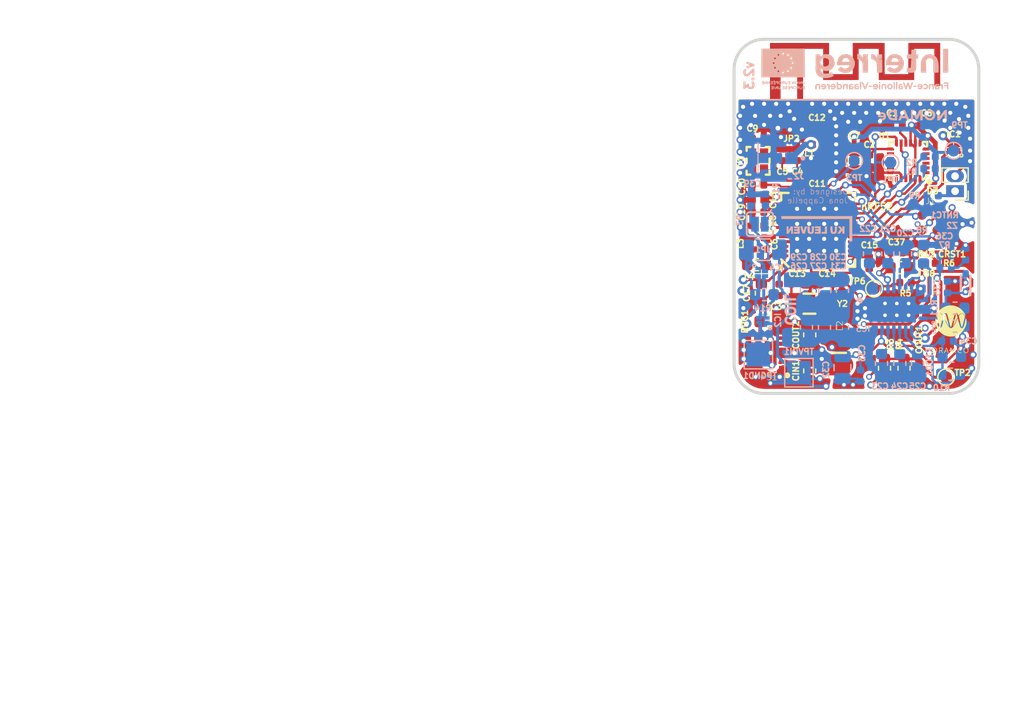
<source format=kicad_pcb>
(kicad_pcb (version 20171130) (host pcbnew "(5.1.6)-1")
  (layers (0 Top signal) (1 GND signal hide) (2 VCC signal hide) (31 Bottom signal) (34 B.Paste user) (35 F.Paste user) (36 B.SilkS user) (37 F.SilkS user) (38 B.Mask user) (39 F.Mask user) (44 Edge.Cuts user))
  (net 0 "")
  (net 1 GND)
  (net 2 VDD)
  (net 3 VIN)
  (net 4 "Net-(U2-Pad44)")
  (net 5 "Net-(U2-Pad39)")
  (net 6 "Net-(C18-Pad2)")
  (net 7 "Net-(C19-Pad2)")
  (net 8 "Net-(C10-Pad1)")
  (net 9 "Net-(C9-Pad2)")
  (net 10 "Net-(C5-Pad2)")
  (net 11 "Net-(C4-Pad2)")
  (net 12 "Net-(C11-Pad2)")
  (net 13 /P24)
  (net 14 "Net-(U2-Pad28)")
  (net 15 /SWDIO)
  (net 16 /SWDCLK)
  (net 17 /~RESET~)
  (net 18 /INT)
  (net 19 /FSYNC)
  (net 20 /P18)
  (net 21 /SCL/SCLK)
  (net 22 /SDA/SDI)
  (net 23 /IMU_VDD)
  (net 24 /LED)
  (net 25 "Net-(U2-Pad15)")
  (net 26 "Net-(U2-Pad14)")
  (net 27 "Net-(U2-Pad10)")
  (net 28 /V_BATT)
  (net 29 /P01)
  (net 30 /P00)
  (net 31 "Net-(C3-Pad2)")
  (net 32 "Net-(L2-Pad2)")
  (net 33 "Net-(PS1-Pad7)")
  (net 34 "Net-(PS1-Pad6)")
  (net 35 "Net-(C1-Pad1)")
  (net 36 /COMM1)
  (net 37 /AC1)
  (net 38 /CLAMP1)
  (net 39 /BOOT1)
  (net 40 /BOOT2)
  (net 41 /AC2)
  (net 42 /CLAMP2)
  (net 43 /COMM2)
  (net 44 "Net-(C28-Pad1)")
  (net 45 /AD-EN)
  (net 46 /CHG)
  (net 47 /RECT)
  (net 48 /FOD)
  (net 49 /TS/CTRL)
  (net 50 /ILIM)
  (net 51 /EN2)
  (net 52 /TERM)
  (net 53 "Net-(R7-Pad2)")
  (net 54 "Net-(D3-Pad1)")
  (net 55 "Net-(U1-Pad21)")
  (net 56 "Net-(U1-Pad7)")
  (net 57 "Net-(U2-Pad43)")
  (net 58 "Net-(U2-Pad41)")
  (net 59 "Net-(U2-Pad40)")
  (net 60 "Net-(U2-Pad27)")
  (net 61 "Net-(U2-Pad20)")
  (net 62 "Net-(U2-Pad12)")
  (net 63 "Net-(U2-Pad11)")
  (net 64 "Net-(U2-Pad8)")
  (net 65 "Net-(U2-Pad7)")
  (net 66 "Net-(U2-Pad6)")
  (net 67 "Net-(U2-Pad4)")
  (net 68 /CHG_MCU)
  (net 69 /DEC4)
  (net 70 "Net-(L3-Pad1)")
  (net 71 /DCC)
  (net 72 /ANTENNA)
  (net 73 /QI_VDD)
  (net 74 "Net-(D3-Pad2)")
  (net 75 "Net-(IC2-Pad3)")
  (net 76 "Net-(J2-Pad1)")
  (net 77 /MCU_QI_EN)
  (module Capacitor_SMD:C_0402_1005Metric (layer Bottom) (at 139.827 103.759 90)
    (fp_text reference C39 (at 1.397 0.127) (layer B.SilkS) (effects (font (size 0.5 0.5) (thickness 0.125)) (justify mirror)))
    (fp_text value 4.7u)
    (pad 2 smd roundrect (at 0.485 0 90) (size 0.59 0.64) (layers Bottom B.Paste B.Mask) (net 1 GND))
    (pad 1 smd roundrect (at -0.485 0 90) (size 0.59 0.64) (layers Bottom B.Paste B.Mask) (net 51 /EN2))
  )
  (module Capacitor_SMD:C_0402_1005Metric (layer Top) (at 142.2146 111.3536 90)
    (fp_text reference C3 (at -1.4224 -0.2286 180) (layer F.SilkS) (effects (font (size 0.5 0.5))))
    (fp_text value 0.1uF)
    (pad 2 smd roundrect (at 0.485 0 90) (size 0.59 0.64) (layers Top F.Paste F.Mask) (net 31 "Net-(C3-Pad2)"))
    (pad 1 smd roundrect (at -0.485 0 90) (size 0.59 0.64) (layers Top F.Paste F.Mask) (net 1 GND))
  )
  (module Capacitor_SMD:C_0402_1005Metric (layer Top) (at 143.7386 99.9236 270)
    (fp_text reference C4 (at 1.4224 -0.0254 180) (layer F.SilkS) (effects (font (size 0.5 0.5))))
    (fp_text value DNP)
    (pad 2 smd roundrect (at 0.485 0 270) (size 0.59 0.64) (layers Top F.Paste F.Mask) (net 11 "Net-(C4-Pad2)"))
    (pad 1 smd roundrect (at -0.485 0 270) (size 0.59 0.64) (layers Top F.Paste F.Mask) (net 1 GND))
  )
  (module Capacitor_SMD:C_0402_1005Metric (layer Top) (at 142.4686 99.9236 270)
    (fp_text reference C5 (at 1.4224 -0.0254 180) (layer F.SilkS) (effects (font (size 0.5 0.5))))
    (fp_text value 100pF)
    (pad 2 smd roundrect (at 0.485 0 270) (size 0.59 0.64) (layers Top F.Paste F.Mask) (net 10 "Net-(C5-Pad2)"))
    (pad 1 smd roundrect (at -0.485 0 270) (size 0.59 0.64) (layers Top F.Paste F.Mask) (net 1 GND))
  )
  (module Capacitor_SMD:C_0402_1005Metric (layer Top) (at 140.97 107.442 270)
    (fp_text reference C6 (at 0.0508 -0.8382 270) (layer F.SilkS) (effects (font (size 0.5 0.5))))
    (fp_text value 1.0uF)
    (pad 2 smd roundrect (at 0.485 0 270) (size 0.59 0.64) (layers Top F.Paste F.Mask) (net 69 /DEC4))
    (pad 1 smd roundrect (at -0.485 0 270) (size 0.59 0.64) (layers Top F.Paste F.Mask) (net 1 GND))
  )
  (module Capacitor_SMD:C_0402_1005Metric (layer Top) (at 140.4366 98.552 180)
    (fp_text reference C9 (at 0.4826 0.8636) (layer F.SilkS) (effects (font (size 0.5 0.5))))
    (fp_text value "6pF C0G")
    (pad 2 smd roundrect (at 0.485 0 180) (size 0.59 0.64) (layers Top F.Paste F.Mask) (net 9 "Net-(C9-Pad2)"))
    (pad 1 smd roundrect (at -0.485 0 180) (size 0.59 0.64) (layers Top F.Paste F.Mask) (net 1 GND))
  )
  (module Capacitor_SMD:C_0402_1005Metric (layer Top) (at 145.4404 101.4476)
    (fp_text reference C11 (at 0 0.9144) (layer F.SilkS) (effects (font (size 0.5 0.5))))
    (fp_text value 1p)
    (pad 2 smd roundrect (at 0.485 0) (size 0.59 0.64) (layers Top F.Paste F.Mask) (net 12 "Net-(C11-Pad2)"))
    (pad 1 smd roundrect (at -0.485 0) (size 0.59 0.64) (layers Top F.Paste F.Mask) (net 1 GND))
  )
  (module Capacitor_SMD:C_0402_1005Metric (layer Top) (at 145.4404 97.8916 180)
    (fp_text reference C12 (at 0.0254 1.1176) (layer F.SilkS) (effects (font (size 0.5 0.5))))
    (fp_text value DNP)
    (pad 2 smd roundrect (at 0.485 0 180) (size 0.59 0.64) (layers Top F.Paste F.Mask) (net 1 GND))
    (pad 1 smd roundrect (at -0.485 0 180) (size 0.59 0.64) (layers Top F.Paste F.Mask) (net 72 /ANTENNA))
  )
  (module Capacitor_SMD:C_0402_1005Metric (layer Top) (at 143.7386 110.8456 180)
    (fp_text reference C13 (at 0 0.8636) (layer F.SilkS) (effects (font (size 0.5 0.5))))
    (fp_text value "12pF C0G")
    (pad 2 smd roundrect (at 0.485 0 180) (size 0.59 0.64) (layers Top F.Paste F.Mask) (net 30 /P00))
    (pad 1 smd roundrect (at -0.485 0 180) (size 0.59 0.64) (layers Top F.Paste F.Mask) (net 1 GND))
  )
  (module Capacitor_SMD:C_0402_1005Metric (layer Top) (at 146.2786 110.8456)
    (fp_text reference C14 (at 0 -0.8636) (layer F.SilkS) (effects (font (size 0.5 0.5))))
    (fp_text value "12pF C0G")
    (pad 2 smd roundrect (at 0.485 0) (size 0.59 0.64) (layers Top F.Paste F.Mask) (net 29 /P01))
    (pad 1 smd roundrect (at -0.485 0) (size 0.59 0.64) (layers Top F.Paste F.Mask) (net 1 GND))
  )
  (module Capacitor_SMD:C_0402_1005Metric (layer Top) (at 149.8346 109.0676 270)
    (fp_text reference C15 (at -1.4986 -0.0254 180) (layer F.SilkS) (effects (font (size 0.5 0.5))))
    (fp_text value 0.1uF)
    (pad 2 smd roundrect (at 0.485 0 270) (size 0.59 0.64) (layers Top F.Paste F.Mask) (net 1 GND))
    (pad 1 smd roundrect (at -0.485 0 270) (size 0.59 0.64) (layers Top F.Paste F.Mask) (net 2 VDD))
  )
  (module Capacitor_SMD:C_0402_1005Metric (layer Top) (at 140.4366 103.7336 180)
    (fp_text reference C16 (at -1.27 -0.0254 270) (layer F.SilkS) (effects (font (size 0.5 0.5))))
    (fp_text value 0.1uF)
    (pad 2 smd roundrect (at 0.485 0 180) (size 0.59 0.64) (layers Top F.Paste F.Mask) (net 1 GND))
    (pad 1 smd roundrect (at -0.485 0 180) (size 0.59 0.64) (layers Top F.Paste F.Mask) (net 2 VDD))
  )
  (module Capacitor_SMD:C_0402_1005Metric (layer Top) (at 140.4366 105.918)
    (fp_text reference C18 (at 1.2446 -0.1778 90) (layer F.SilkS) (effects (font (size 0.5 0.5))))
    (fp_text value 12p)
    (pad 2 smd roundrect (at 0.485 0) (size 0.59 0.64) (layers Top F.Paste F.Mask) (net 6 "Net-(C18-Pad2)"))
    (pad 1 smd roundrect (at -0.485 0) (size 0.59 0.64) (layers Top F.Paste F.Mask) (net 1 GND))
  )
  (module Capacitor_SMD:C_0402_1005Metric (layer Top) (at 140.4366 104.775)
    (fp_text reference C19 (at -1.3716 0 90) (layer F.SilkS) (effects (font (size 0.5 0.5))))
    (fp_text value 12p)
    (pad 2 smd roundrect (at 0.485 0) (size 0.59 0.64) (layers Top F.Paste F.Mask) (net 7 "Net-(C19-Pad2)"))
    (pad 1 smd roundrect (at -0.485 0) (size 0.59 0.64) (layers Top F.Paste F.Mask) (net 1 GND))
  )
  (module Capacitor_SMD:C_0402_1005Metric (layer Bottom) (at 156.2966 108.458)
    (fp_text reference C36 (at -0.0866 -1.651) (layer B.SilkS) (effects (font (size 0.5 0.5)) (justify mirror)))
    (fp_text value 100n)
    (pad 2 smd roundrect (at 0.485 0) (size 0.59 0.64) (layers Bottom B.Paste B.Mask) (net 1 GND))
    (pad 1 smd roundrect (at -0.485 0) (size 0.59 0.64) (layers Bottom B.Paste B.Mask) (net 49 /TS/CTRL))
  )
  (module Capacitor_SMD:C_0402_1005Metric (layer Top) (at 140.4366 102.4636 180)
    (fp_text reference C10 (at 1.3716 -0.1524 270) (layer F.SilkS) (effects (font (size 0.5 0.5))))
    (fp_text value "6pF C0G")
    (pad 2 smd roundrect (at 0.485 0 180) (size 0.59 0.64) (layers Top F.Paste F.Mask) (net 1 GND))
    (pad 1 smd roundrect (at -0.485 0 180) (size 0.59 0.64) (layers Top F.Paste F.Mask) (net 8 "Net-(C10-Pad1)"))
  )
  (module Capacitor_SMD:C_0402_1005Metric (layer Top) (at 152.146 108.204)
    (fp_text reference C37 (at 0 -0.889) (layer F.SilkS) (effects (font (size 0.5 0.5))))
    (fp_text value 100n)
    (pad 2 smd roundrect (at 0.485 0) (size 0.59 0.64) (layers Top F.Paste F.Mask) (net 1 GND))
    (pad 1 smd roundrect (at -0.485 0) (size 0.59 0.64) (layers Top F.Paste F.Mask) (net 73 /QI_VDD))
  )
  (module Capacitor_SMD:C_0402_1005Metric (layer Bottom) (at 149.098 118.618 270)
    (fp_text reference C33 (at -1.905 -0.127 90) (layer B.SilkS) (effects (font (size 0.5 0.5)) (justify mirror)))
    (fp_text value "100n 25V")
    (pad 2 smd roundrect (at 0.485 0 270) (size 0.59 0.64) (layers Bottom B.Paste B.Mask) (net 1 GND))
    (pad 1 smd roundrect (at -0.485 0 270) (size 0.59 0.64) (layers Bottom B.Paste B.Mask) (net 47 /RECT))
  )
  (module Capacitor_SMD:C_0402_1005Metric (layer Bottom) (at 156.464 111.125 90)
    (fp_text reference C35 (at 0 -0.889 90) (layer B.SilkS) (effects (font (size 0.5 0.5)) (justify mirror)))
    (fp_text value 100n)
    (pad 2 smd roundrect (at 0.485 0 90) (size 0.59 0.64) (layers Bottom B.Paste B.Mask) (net 1 GND))
    (pad 1 smd roundrect (at -0.485 0 90) (size 0.59 0.64) (layers Bottom B.Paste B.Mask) (net 51 /EN2))
  )
  (module Capacitor_SMD:C_0402_1005Metric (layer Top) (at 152.146 97.3836 180)
    (fp_text reference C1 (at 0.381 0.9906) (layer F.SilkS) (effects (font (size 0.5 0.5))))
    (fp_text value 0.1uF)
    (pad 2 smd roundrect (at 0.485 0 180) (size 0.59 0.64) (layers Top F.Paste F.Mask) (net 1 GND))
    (pad 1 smd roundrect (at -0.485 0 180) (size 0.59 0.64) (layers Top F.Paste F.Mask) (net 35 "Net-(C1-Pad1)"))
  )
  (module Capacitor_SMD:C_0402_1005Metric (layer Top) (at 149.86 100.4316 270)
    (fp_text reference C2 (at -1.3716 0 180) (layer F.SilkS) (effects (font (size 0.5 0.5))))
    (fp_text value 0.1uF)
    (pad 2 smd roundrect (at 0.485 0 270) (size 0.59 0.64) (layers Top F.Paste F.Mask) (net 1 GND))
    (pad 1 smd roundrect (at -0.485 0 270) (size 0.59 0.64) (layers Top F.Paste F.Mask) (net 23 /IMU_VDD))
  )
  (module Capacitor_SMD:C_0402_1005Metric (layer Top) (at 154.6606 97.3836)
    (fp_text reference C8 (at 0.0254 -0.9906) (layer F.SilkS) (effects (font (size 0.5 0.5))))
    (fp_text value 0.1uF)
    (pad 2 smd roundrect (at 0.485 0) (size 0.59 0.64) (layers Top F.Paste F.Mask) (net 1 GND))
    (pad 1 smd roundrect (at -0.485 0) (size 0.59 0.64) (layers Top F.Paste F.Mask) (net 23 /IMU_VDD))
  )
  (module Capacitor_SMD:C_0402_1005Metric (layer Bottom) (at 156.464 115.697)
    (fp_text reference C34 (at 1.778 0) (layer B.SilkS) (effects (font (size 0.5 0.5)) (justify mirror)))
    (fp_text value 100n)
    (pad 2 smd roundrect (at 0.485 0) (size 0.59 0.64) (layers Bottom B.Paste B.Mask) (net 1 GND))
    (pad 1 smd roundrect (at -0.485 0) (size 0.59 0.64) (layers Bottom B.Paste B.Mask) (net 48 /FOD))
  )
  (module Capacitor_SMD:C_0402_1005Metric (layer Top) (at 154.051 117.983 270)
    (fp_text reference COUT1 (at -2.413 0 90) (layer F.SilkS) (effects (font (size 0.5 0.5))))
    (fp_text value 10n)
    (pad 2 smd roundrect (at 0.485 0 270) (size 0.59 0.64) (layers Top F.Paste F.Mask) (net 1 GND))
    (pad 1 smd roundrect (at -0.485 0 270) (size 0.59 0.64) (layers Top F.Paste F.Mask) (net 28 /V_BATT))
  )
  (module Capacitor_SMD:C_0402_1005Metric (layer Top) (at 156.21 107.442)
    (fp_text reference CRST1 (at 0.635 0.889) (layer F.SilkS) (effects (font (size 0.5 0.5))))
    (fp_text value 100n)
    (pad 2 smd roundrect (at 0.485 0) (size 0.59 0.64) (layers Top F.Paste F.Mask) (net 1 GND))
    (pad 1 smd roundrect (at -0.485 0) (size 0.59 0.64) (layers Top F.Paste F.Mask) (net 17 /~RESET~))
  )
  (module Capacitor_SMD:C_0402_1005Metric (layer Bottom) (at 154.94 101.092)
    (fp_text reference R1 (at -1.524 0.254) (layer B.SilkS) (effects (font (size 0.5 0.5)) (justify mirror)))
    (fp_text value 10k)
    (pad 2 smd roundrect (at 0.485 0) (size 0.59 0.64) (layers Bottom B.Paste B.Mask) (net 23 /IMU_VDD))
    (pad 1 smd roundrect (at -0.485 0) (size 0.59 0.64) (layers Bottom B.Paste B.Mask) (net 22 /SDA/SDI))
  )
  (module Capacitor_SMD:C_0402_1005Metric (layer Bottom) (at 154.94 100.076)
    (fp_text reference R2 (at -1.524 0.508) (layer B.SilkS) (effects (font (size 0.5 0.5)) (justify mirror)))
    (fp_text value 10k)
    (pad 2 smd roundrect (at 0.485 0) (size 0.59 0.64) (layers Bottom B.Paste B.Mask) (net 23 /IMU_VDD))
    (pad 1 smd roundrect (at -0.485 0) (size 0.59 0.64) (layers Bottom B.Paste B.Mask) (net 21 /SCL/SCLK))
  )
  (module Capacitor_SMD:C_0402_1005Metric (layer Top) (at 152.908 110.744 180)
    (fp_text reference R5 (at 0 -0.889) (layer F.SilkS) (effects (font (size 0.5 0.5))))
    (fp_text value 1k)
    (pad 2 smd roundrect (at 0.485 0 180) (size 0.59 0.64) (layers Top F.Paste F.Mask) (net 68 /CHG_MCU))
    (pad 1 smd roundrect (at -0.485 0 180) (size 0.59 0.64) (layers Top F.Paste F.Mask) (net 46 /CHG))
  )
  (module Capacitor_SMD:C_0402_1005Metric (layer Top) (at 154.94 109.093)
    (fp_text reference R6 (at 1.651 0) (layer F.SilkS) (effects (font (size 0.5 0.5) (thickness 0.125))))
    (fp_text value 10k)
    (pad 1 smd roundrect (at -0.485 0) (size 0.59 0.64) (layers Top F.Paste F.Mask) (net 46 /CHG))
    (pad 2 smd roundrect (at 0.485 0) (size 0.59 0.64) (layers Top F.Paste F.Mask) (net 2 VDD))
  )
  (module Capacitor_SMD:C_0402_1005Metric (layer Top) (at 154.178 107.442 180)
    (fp_text reference R12 (at -0.508 -0.889 180) (layer F.SilkS) (effects (font (size 0.5 0.5) (thickness 0.125))))
    (fp_text value DNP)
    (pad 2 smd roundrect (at 0.485 0 180) (size 0.59 0.64) (layers Top F.Paste F.Mask) (net 2 VDD))
    (pad 1 smd roundrect (at -0.485 0 180) (size 0.59 0.64) (layers Top F.Paste F.Mask) (net 17 /~RESET~))
  )
  (module Capacitor_SMD:C_0402_1005Metric (layer Bottom) (at 141.0716 103.7336 270)
    (fp_text reference R13 (at -0.762 -0.889 270) (layer B.SilkS) (effects (font (size 0.5 0.5) (thickness 0.125)) (justify mirror)))
    (fp_text value DNP)
    (pad 1 smd roundrect (at -0.485 0 270) (size 0.59 0.64) (layers Bottom B.Paste B.Mask) (net 1 GND))
    (pad 2 smd roundrect (at 0.485 0 270) (size 0.59 0.64) (layers Bottom B.Paste B.Mask) (net 77 /MCU_QI_EN))
  )
  (module sparkfun-nrf52832-breakout:QFN48-6X6MM (layer Top) (at 145.5166 106.2736 90)
    (fp_text reference U2 hide)
    (fp_text value NRF52832 hide)
    (fp_text user nRF52 (at 1.6256 4.9784) (layer F.SilkS) (effects (font (size 0.57912 0.57912) (thickness 0.12192)) (justify bottom)))
    (pad 48 smd rect (at -2.2 -2.92 90) (size 0.23 0.8) (layers Top F.Mask) (net 2 VDD))
    (pad 47 smd rect (at -1.8 -2.92 90) (size 0.23 0.8) (layers Top F.Mask) (net 71 /DCC))
    (pad 46 smd rect (at -1.4 -2.92 90) (size 0.23 0.8) (layers Top F.Mask) (net 69 /DEC4))
    (pad 45 smd rect (at -1 -2.92 90) (size 0.23 0.8) (layers Top F.Mask) (net 1 GND))
    (pad 44 smd rect (at -0.6 -2.92 90) (size 0.23 0.8) (layers Top F.Mask) (net 4 "Net-(U2-Pad44)"))
    (pad 43 smd rect (at -0.2 -2.92 90) (size 0.23 0.8) (layers Top F.Mask) (net 57 "Net-(U2-Pad43)"))
    (pad 42 smd rect (at 0.2 -2.92 90) (size 0.23 0.8) (layers Top F.Mask) (net 77 /MCU_QI_EN))
    (pad 41 smd rect (at 0.6 -2.92 90) (size 0.23 0.8) (layers Top F.Mask) (net 58 "Net-(U2-Pad41)"))
    (pad 40 smd rect (at 1 -2.92 90) (size 0.23 0.8) (layers Top F.Mask) (net 59 "Net-(U2-Pad40)"))
    (pad 39 smd rect (at 1.4 -2.92 90) (size 0.23 0.8) (layers Top F.Mask) (net 5 "Net-(U2-Pad39)"))
    (pad 38 smd rect (at 1.8 -2.92 90) (size 0.23 0.8) (layers Top F.Mask) (net 6 "Net-(C18-Pad2)"))
    (pad 37 smd rect (at 2.2 -2.92 90) (size 0.23 0.8) (layers Top F.Mask) (net 7 "Net-(C19-Pad2)"))
    (pad 36 smd rect (at 2.92 -2.2) (size 0.23 0.8) (layers Top F.Mask) (net 2 VDD))
    (pad 35 smd rect (at 2.92 -1.8) (size 0.23 0.8) (layers Top F.Mask) (net 8 "Net-(C10-Pad1)"))
    (pad 34 smd rect (at 2.92 -1.4) (size 0.23 0.8) (layers Top F.Mask) (net 9 "Net-(C9-Pad2)"))
    (pad 33 smd rect (at 2.92 -1) (size 0.23 0.8) (layers Top F.Mask) (net 10 "Net-(C5-Pad2)"))
    (pad 32 smd rect (at 2.92 -0.6) (size 0.23 0.8) (layers Top F.Mask) (net 11 "Net-(C4-Pad2)"))
    (pad 31 smd rect (at 2.92 -0.2) (size 0.23 0.8) (layers Top F.Mask) (net 1 GND))
    (pad 30 smd rect (at 2.92 0.2) (size 0.23 0.8) (layers Top F.Mask) (net 12 "Net-(C11-Pad2)"))
    (pad 29 smd rect (at 2.92 0.6) (size 0.23 0.8) (layers Top F.Mask) (net 13 /P24))
    (pad 28 smd rect (at 2.92 1) (size 0.23 0.8) (layers Top F.Mask) (net 14 "Net-(U2-Pad28)"))
    (pad 27 smd rect (at 2.92 1.4) (size 0.23 0.8) (layers Top F.Mask) (net 60 "Net-(U2-Pad27)"))
    (pad 26 smd rect (at 2.92 1.8) (size 0.23 0.8) (layers Top F.Mask) (net 15 /SWDIO))
    (pad 25 smd rect (at 2.92 2.2) (size 0.23 0.8) (layers Top F.Mask) (net 16 /SWDCLK))
    (pad 24 smd rect (at 2.2 2.92 270) (size 0.23 0.8) (layers Top F.Mask) (net 17 /~RESET~))
    (pad 23 smd rect (at 1.8 2.92 270) (size 0.23 0.8) (layers Top F.Mask) (net 18 /INT))
    (pad 22 smd rect (at 1.4 2.92 270) (size 0.23 0.8) (layers Top F.Mask) (net 19 /FSYNC))
    (pad 21 smd rect (at 1 2.92 270) (size 0.23 0.8) (layers Top F.Mask) (net 20 /P18))
    (pad 20 smd rect (at 0.6 2.92 270) (size 0.23 0.8) (layers Top F.Mask) (net 61 "Net-(U2-Pad20)"))
    (pad 19 smd rect (at 0.2 2.92 270) (size 0.23 0.8) (layers Top F.Mask) (net 21 /SCL/SCLK))
    (pad 18 smd rect (at -0.2 2.92 270) (size 0.23 0.8) (layers Top F.Mask) (net 22 /SDA/SDI))
    (pad 17 smd rect (at -0.6 2.92 270) (size 0.23 0.8) (layers Top F.Mask) (net 23 /IMU_VDD))
    (pad 16 smd rect (at -1 2.92 270) (size 0.23 0.8) (layers Top F.Mask) (net 24 /LED))
    (pad 15 smd rect (at -1.4 2.92 270) (size 0.23 0.8) (layers Top F.Mask) (net 25 "Net-(U2-Pad15)"))
    (pad 14 smd rect (at -1.8 2.92 270) (size 0.23 0.8) (layers Top F.Mask) (net 26 "Net-(U2-Pad14)"))
    (pad 13 smd rect (at -2.2 2.92 270) (size 0.23 0.8) (layers Top F.Mask) (net 2 VDD))
    (pad 12 smd rect (at -2.92 2.2 180) (size 0.23 0.8) (layers Top F.Mask) (net 62 "Net-(U2-Pad12)"))
    (pad 11 smd rect (at -2.92 1.8 180) (size 0.23 0.8) (layers Top F.Mask) (net 63 "Net-(U2-Pad11)"))
    (pad 10 smd rect (at -2.92 1.4 180) (size 0.23 0.8) (layers Top F.Mask) (net 27 "Net-(U2-Pad10)"))
    (pad 9 smd rect (at -2.92 1 180) (size 0.23 0.8) (layers Top F.Mask) (net 68 /CHG_MCU))
    (pad 8 smd rect (at -2.92 0.6 180) (size 0.23 0.8) (layers Top F.Mask) (net 64 "Net-(U2-Pad8)"))
    (pad 7 smd rect (at -2.92 0.2 180) (size 0.23 0.8) (layers Top F.Mask) (net 65 "Net-(U2-Pad7)"))
    (pad 6 smd rect (at -2.92 -0.2 180) (size 0.23 0.8) (layers Top F.Mask) (net 66 "Net-(U2-Pad6)"))
    (pad 5 smd rect (at -2.92 -0.6 180) (size 0.23 0.8) (layers Top F.Mask) (net 28 /V_BATT))
    (pad 4 smd rect (at -2.92 -1 180) (size 0.23 0.8) (layers Top F.Mask) (net 67 "Net-(U2-Pad4)"))
    (pad 3 smd rect (at -2.92 -1.4 180) (size 0.23 0.8) (layers Top F.Mask) (net 29 /P01))
    (pad 2 smd rect (at -2.92 -1.8 180) (size 0.23 0.8) (layers Top F.Mask) (net 30 /P00))
    (pad EP smd rect (at 0 0 90) (size 4.6 4.6) (layers Top F.Mask) (net 1 GND))
    (pad 1 smd rect (at -2.92 -2.2 180) (size 0.23 0.8) (layers Top F.Mask) (net 31 "Net-(C3-Pad2)"))
  )
  (module logos:KULeuven_Logo_small (layer Bottom) (at 145.415 106.172 180)
    (fp_text reference G*** hide)
    (fp_text value LOGO hide)
  )
  (module Connector_PinHeader_1.27mm:PinHeader_1x02_P1.27mm_Vertical (layer Top) (at 157.099 102.997 180)
    (fp_text reference D3 (at 1.905 0 180) (layer F.SilkS) (effects (font (size 0.5 0.5) (thickness 0.125))))
    (fp_text value LED)
    (pad 2 thru_hole oval (at 0 1.27 180) (size 1.5 1) (drill 0.65) (layers *.Cu *.Mask) (net 74 "Net-(D3-Pad2)"))
    (pad 1 thru_hole rect (at 0 0 180) (size 1.5 1) (drill 0.65) (layers *.Cu *.Mask) (net 54 "Net-(D3-Pad1)"))
  )
  (module footprints:MIC94081YFT-TR (layer Top) (at 156.972 99.314 180)
    (fp_text reference IC1 (at 0 1.143) (layer F.SilkS) (effects (font (size 0.5 0.5) (thickness 0.125))))
    (fp_text value MIC94081YFT-TR hide)
    (fp_poly (pts (xy 0.5207 0.3143) (xy 0.5207 0.0857) (xy 0.0889 0.0857) (xy 0.0889 0.5175) (xy 0.3175 0.5175) (xy 0.3175 0.3143)) (layer Top) (width 0.1))
    (fp_poly (pts (xy -0.5207 0.3143) (xy -0.5207 0.0857) (xy -0.0889 0.0857) (xy -0.0889 0.5175) (xy -0.3175 0.5175) (xy -0.3175 0.3143)) (layer Top) (width 0.1))
    (fp_poly (pts (xy -0.5207 -0.3143) (xy -0.5207 -0.0857) (xy -0.0889 -0.0857) (xy -0.0889 -0.5175) (xy -0.3175 -0.5175) (xy -0.3175 -0.3143)) (layer Top) (width 0.1))
    (fp_poly (pts (xy 0.5207 -0.3143) (xy 0.5207 -0.0857) (xy 0.0889 -0.0857) (xy 0.0889 -0.5175) (xy 0.3175 -0.5175) (xy 0.3175 -0.3143)) (layer Top) (width 0.1))
    (pad 1 smd rect (at -0.3048 -0.2 180) (size 0.4318 0.2286) (layers Top F.Paste F.Mask) (net 74 "Net-(D3-Pad2)"))
    (pad 2 smd rect (at -0.3048 0.2 180) (size 0.4318 0.2286) (layers Top F.Paste F.Mask) (net 1 GND))
    (pad 3 smd rect (at 0.3048 0.2 180) (size 0.4318 0.2286) (layers Top F.Paste F.Mask) (net 3 VIN))
    (pad 4 smd rect (at 0.3048 -0.2 180) (size 0.4318 0.2286) (layers Top F.Paste F.Mask) (net 24 /LED))
  )
  (module Resistor_SMD:R_0402_1005Metric (layer Bottom) (at 155.194 103.378)
    (fp_text reference R9 (at -1.524 0) (layer B.SilkS) (effects (font (size 0.5 0.5) (thickness 0.125)) (justify mirror)))
    (fp_text value 220)
    (pad 2 smd roundrect (at 0.485 0) (size 0.59 0.64) (layers Bottom B.Paste B.Mask) (net 54 "Net-(D3-Pad1)"))
    (pad 1 smd roundrect (at -0.485 0) (size 0.59 0.64) (layers Bottom B.Paste B.Mask) (net 1 GND))
  )
  (module TestPoint:TestPoint_Pad_D1.0mm (layer Bottom) (at 156.972 99.568)
    (fp_text reference TP9 (at 0.508 -2.159) (layer B.SilkS) (effects (font (size 0.5 0.5) (thickness 0.125)) (justify mirror)))
    (fp_text value TestPoint)
    (pad 1 smd circle (at 0 0) (size 1 1) (layers Bottom B.Mask) (net 23 /IMU_VDD))
  )
  (module TestPoint:TestPoint_Pad_D1.0mm (layer Top) (at 150.241 111.252)
    (fp_text reference TP6 (at -1.397 -0.635) (layer F.SilkS) (effects (font (size 0.5 0.5) (thickness 0.125))))
    (fp_text value TestPoint)
    (pad 1 smd circle (at 0 0) (size 1 1) (layers Top F.Mask) (net 68 /CHG_MCU))
  )
  (module TestPoint:TestPoint_Pad_D1.0mm (layer Top) (at 156.337 118.745)
    (fp_text reference TP2 (at 1.397 -0.381) (layer F.SilkS) (effects (font (size 0.5 0.5) (thickness 0.125))))
    (fp_text value TestPoint)
    (pad 1 smd circle (at 0 0) (size 1 1) (layers Top F.Mask) (net 28 /V_BATT))
  )
  (module Resistor_SMD:R_1206_3216Metric (layer Bottom) (at 140.843 107.95)
    (fp_text reference JP1 (at 0 0) (layer B.SilkS) (effects (font (size 0.5 0.5) (thickness 0.125)) (justify mirror)))
    (fp_text value 0)
    (pad 2 smd roundrect (at 1.4 0) (size 1.25 1.75) (layers Bottom B.Paste B.Mask) (roundrect_rratio 0.2) (net 3 VIN))
    (pad 1 smd roundrect (at -1.4 0) (size 1.25 1.75) (layers Bottom B.Paste B.Mask) (roundrect_rratio 0.2) (net 73 /QI_VDD))
  )
  (module logos:nomade_logo (layer Bottom) (at 148.336 93.599 180)
    (fp_text reference G*** hide)
    (fp_text value LOGO hide)
  )
  (module logos:dramco_logo_small (layer Top) (at 156.718 114.681)
    (fp_text reference G*** hide)
    (fp_text value LOGO hide)
  )
  (module footprints:MIC94081YFT-TR (layer Bottom) (at 140.716 109.982 270)
    (fp_text reference IC4 (at -0.508 -1.27) (layer B.SilkS) (effects (font (size 0.5 0.5) (thickness 0.125)) (justify mirror)))
    (fp_text value MIC94081YFT-TR hide)
    (fp_poly (pts (xy 0.5207 -0.3143) (xy 0.5207 -0.0857) (xy 0.0889 -0.0857) (xy 0.0889 -0.5175) (xy 0.3175 -0.5175) (xy 0.3175 -0.3143)) (layer Bottom) (width 0.1))
    (fp_poly (pts (xy -0.5207 -0.3143) (xy -0.5207 -0.0857) (xy -0.0889 -0.0857) (xy -0.0889 -0.5175) (xy -0.3175 -0.5175) (xy -0.3175 -0.3143)) (layer Bottom) (width 0.1))
    (fp_poly (pts (xy -0.5207 0.3143) (xy -0.5207 0.0857) (xy -0.0889 0.0857) (xy -0.0889 0.5175) (xy -0.3175 0.5175) (xy -0.3175 0.3143)) (layer Bottom) (width 0.1))
    (fp_poly (pts (xy 0.5207 0.3143) (xy 0.5207 0.0857) (xy 0.0889 0.0857) (xy 0.0889 0.5175) (xy 0.3175 0.5175) (xy 0.3175 0.3143)) (layer Bottom) (width 0.1))
    (pad 1 smd rect (at -0.3048 0.2 270) (size 0.4318 0.2286) (layers Bottom B.Paste B.Mask) (net 73 /QI_VDD))
    (pad 2 smd rect (at -0.3048 -0.2 270) (size 0.4318 0.2286) (layers Bottom B.Paste B.Mask) (net 1 GND))
    (pad 3 smd rect (at 0.3048 -0.2 270) (size 0.4318 0.2286) (layers Bottom B.Paste B.Mask) (net 75 "Net-(IC2-Pad3)"))
    (pad 4 smd rect (at 0.3048 0.2 270) (size 0.4318 0.2286) (layers Bottom B.Paste B.Mask) (net 51 /EN2))
  )
  (module footprints:MIC94081YFT-TR (layer Bottom) (at 140.843 113.919 90)
    (fp_text reference IC2 (at 0 1.27 90) (layer B.SilkS) (effects (font (size 0.5 0.5) (thickness 0.125)) (justify mirror)))
    (fp_text value MIC94081YFT-TR hide)
    (fp_poly (pts (xy 0.5207 -0.3143) (xy 0.5207 -0.0857) (xy 0.0889 -0.0857) (xy 0.0889 -0.5175) (xy 0.3175 -0.5175) (xy 0.3175 -0.3143)) (layer Bottom) (width 0.1))
    (fp_poly (pts (xy -0.5207 -0.3143) (xy -0.5207 -0.0857) (xy -0.0889 -0.0857) (xy -0.0889 -0.5175) (xy -0.3175 -0.5175) (xy -0.3175 -0.3143)) (layer Bottom) (width 0.1))
    (fp_poly (pts (xy -0.5207 0.3143) (xy -0.5207 0.0857) (xy -0.0889 0.0857) (xy -0.0889 0.5175) (xy -0.3175 0.5175) (xy -0.3175 0.3143)) (layer Bottom) (width 0.1))
    (fp_poly (pts (xy 0.5207 0.3143) (xy 0.5207 0.0857) (xy 0.0889 0.0857) (xy 0.0889 0.5175) (xy 0.3175 0.5175) (xy 0.3175 0.3143)) (layer Bottom) (width 0.1))
    (pad 1 smd rect (at -0.3048 0.2 90) (size 0.4318 0.2286) (layers Bottom B.Paste B.Mask) (net 3 VIN))
    (pad 2 smd rect (at -0.3048 -0.2 90) (size 0.4318 0.2286) (layers Bottom B.Paste B.Mask) (net 1 GND))
    (pad 3 smd rect (at 0.3048 -0.2 90) (size 0.4318 0.2286) (layers Bottom B.Paste B.Mask) (net 75 "Net-(IC2-Pad3)"))
    (pad 4 smd rect (at 0.3048 0.2 90) (size 0.4318 0.2286) (layers Bottom B.Paste B.Mask) (net 51 /EN2))
  )
  (module "nRF52832 board v2:23370191" (layer Bottom) (at 141.731 100.203 270)
    (fp_text reference J2 (at 1.524 -2.16 180) (layer B.SilkS) (effects (font (size 0.5 0.5) (thickness 0.125)) (justify mirror)))
    (fp_text value 2337019-1 hide)
    (pad 3 smd rect (at 1.475 0 270) (size 1.05 2.2) (layers Bottom B.Paste B.Mask) (net 1 GND))
    (pad 2 smd rect (at -1.475 0 270) (size 1.05 2.2) (layers Bottom B.Paste B.Mask) (net 1 GND))
    (pad 1 smd rect (at 0 -1.525 270) (size 1 1.05) (layers Bottom B.Paste B.Mask) (net 76 "Net-(J2-Pad1)"))
  )
  (module Resistor_SMD:R_0603_1608Metric (layer Bottom) (at 140.97 111.76)
    (fp_text reference R14 (at -0.127 1.143) (layer B.SilkS) (effects (font (size 0.5 0.5) (thickness 0.125)) (justify mirror)))
    (fp_text value DNP)
    (pad 1 smd roundrect (at -0.7875 0) (size 0.875 0.95) (layers Bottom B.Paste B.Mask) (net 51 /EN2))
    (pad 2 smd roundrect (at 0.7875 0) (size 0.875 0.95) (layers Bottom B.Paste B.Mask) (net 51 /EN2))
  )
  (module TestPoint:TestPoint_Pad_2.0x2.0mm (layer Bottom) (at 143.891 118.364)
    (fp_text reference TPVIN1 (at 0 -1.778) (layer B.SilkS) (effects (font (size 0.5 0.5) (thickness 0.125)) (justify mirror)))
    (fp_text value VIN)
    (pad 1 smd rect (at 0 0) (size 2 2) (layers Bottom B.Mask) (net 3 VIN))
  )
  (module TestPoint:TestPoint_Pad_2.0x2.0mm (layer Bottom) (at 140.462 116.84)
    (fp_text reference TPGND1 (at 0.127 1.778) (layer B.SilkS) (effects (font (size 0.5 0.5) (thickness 0.125)) (justify mirror)))
    (fp_text value GND)
    (pad 1 smd rect (at 0 0) (size 2 2) (layers Bottom B.Mask) (net 1 GND))
  )
  (module sparkfun-nrf52832-breakout:TRACE_ANTENNA_2.4GHZ_15.2MM (layer Top) (at 143.9926 95.3516)
    (fp_text reference ANTENNA1 hide)
    (fp_text value ANT)
    (fp_poly (pts (xy -0.25 0.5) (xy -0.25 -4.4) (xy -1.65 -4.4) (xy -1.65 0.5) (xy -2.55 0.5) (xy -2.55 -4.9) (xy 2.45 -4.9) (xy 2.45 -2.26) (xy 4.45 -2.26) (xy 4.45 -4.9) (xy 7.15 -4.9) (xy 7.15 -2.26) (xy 9.15 -2.26) (xy 9.15 -4.9) (xy 11.85 -4.9) (xy 11.85 -1.27) (xy 11.35 -1.27) (xy 11.35 -4.4) (xy 9.65 -4.4) (xy 9.65 -1.76) (xy 6.65 -1.76) (xy 6.65 -4.4) (xy 4.95 -4.4) (xy 4.95 -1.76) (xy 1.95 -1.76) (xy 1.95 -4.4) (xy 0.25 -4.4) (xy 0.25 0.5)) (layer Top) (width 0))
    (pad ANT smd rect (at 0 0.25) (size 0.5 0.5) (layers Top F.Mask) (net 72 /ANTENNA))
    (pad GND smd rect (at -2.1 0.25) (size 0.9 0.5) (layers Top F.Mask) (net 1 GND))
  )
  (module sparkfun-nrf52832-breakout:SMT-JUMPER_2_NO_SILK (layer Bottom) (at 140.589 105.791)
    (fp_text reference JP3 (at -1.397 -0.508 90) (layer B.SilkS) (effects (font (size 0.5 0.5) (thickness 0.115824)) (justify bottom mirror)))
    (fp_text value Jumper_2_Open)
    (pad 2 smd rect (at 0.4064 0) (size 0.635 1.27) (layers Bottom B.Mask) (net 77 /MCU_QI_EN))
    (pad 1 smd rect (at -0.4064 0) (size 0.635 1.27) (layers Bottom B.Mask) (net 51 /EN2))
  )
  (module Resistor_SMD:R_0402_1005Metric (layer Top) (at 145.519 99.06 180)
    (fp_text reference JP2 (at 2.263 0.508) (layer F.SilkS) (effects (font (size 0.5 0.5))))
    (fp_text value Jumper_2_Open hide)
    (pad 2 smd roundrect (at 0.485 0 180) (size 0.59 0.64) (layers Top F.Paste F.Mask) (net 76 "Net-(J2-Pad1)"))
    (pad 1 smd roundrect (at -0.485 0 180) (size 0.59 0.64) (layers Top F.Paste F.Mask) (net 72 /ANTENNA))
  )
  (module "nRF52832 board v2:SODFL1608X65N" (layer Bottom) (at 157.988 110.744 90)
    (fp_text reference Z2 (at 4.826 -1.143) (layer B.SilkS) (effects (font (size 0.5 0.5) (thickness 0.125)) (justify mirror)))
    (fp_text value BZT52C5V1T-7 hide)
    (pad 2 smd rect (at 0.775 0) (size 0.42 0.57) (layers Bottom B.Paste B.Mask) (net 1 GND))
    (pad 1 smd rect (at -0.775 0) (size 0.42 0.57) (layers Bottom B.Paste B.Mask) (net 51 /EN2))
  )
  (module sparkfun-nrf52832-breakout:TC2030-MCP-NL (layer Top) (at 153.035 105.664)
    (fp_text reference J1 (at 1.524 -1.524) (layer F.SilkS) (effects (font (size 0.5 0.5) (thickness 0.046329)) (justify left bottom)))
    (fp_text value TC2030_SWD-MCP-NL hide)
    (pad 2 smd roundrect (at 1.27 -0.635) (size 0.7874 0.7874) (layers Top F.Mask) (roundrect_rratio 0.5) (net 15 /SWDIO))
    (pad 4 smd roundrect (at 2.54 -0.635) (size 0.7874 0.7874) (layers Top F.Mask) (roundrect_rratio 0.5) (net 16 /SWDCLK))
    (pad 6 smd roundrect (at 3.81 -0.635) (size 0.7874 0.7874) (layers Top F.Mask) (roundrect_rratio 0.5) (net 20 /P18))
    (pad 5 smd roundrect (at 3.81 0.635) (size 0.7874 0.7874) (layers Top F.Mask) (roundrect_rratio 0.5) (net 1 GND))
    (pad 3 smd roundrect (at 2.54 0.635) (size 0.7874 0.7874) (layers Top F.Mask) (roundrect_rratio 0.5) (net 17 /~RESET~))
    (pad 1 smd roundrect (at 1.27 0.635) (size 0.7874 0.7874) (layers Top F.Mask) (roundrect_rratio 0.5) (net 2 VDD))
    (pad "" np_thru_hole circle (at 0 0) (size 0.889 0.889) (drill 0.889) (layers *.Cu *.Mask))
    (pad "" np_thru_hole circle (at 5.08 1.016) (size 0.889 0.889) (drill 0.889) (layers *.Cu *.Mask))
    (pad "" np_thru_hole circle (at 5.08 -1.016) (size 0.889 0.889) (drill 0.889) (layers *.Cu *.Mask))
  )
  (module sparkfun-nrf52832-breakout:TP10SQ (layer Bottom) (at 143.129 115.316 270)
    (fp_text reference COIL12 hide)
    (fp_text value TPTP10SQ)
    (pad TP smd rect (at 0 0 270) (size 1 1) (layers Bottom B.Mask) (net 41 /AC2))
  )
  (module sparkfun-nrf52832-breakout:TP10SQ (layer Bottom) (at 143.129 110.617 270)
    (fp_text reference COIL11 hide)
    (fp_text value TPTP10SQ)
    (pad TP smd rect (at 0 0 270) (size 1 1) (layers Bottom B.Mask) (net 44 "Net-(C28-Pad1)"))
  )
  (module sparkfun-nrf52832-breakout:0402 (layer Top) (at 146.0246 99.6696 270)
    (fp_text reference L1 (at 0.4064 1.2446) (layer F.SilkS) (effects (font (size 0.5 0.5) (thickness 0.115824)) (justify bottom)))
    (fp_text value 1.6nH)
    (pad 2 smd rect (at 0.58 0 270) (size 0.85 0.9) (layers Top F.Paste F.Mask) (net 12 "Net-(C11-Pad2)"))
    (pad 1 smd rect (at -0.58 0 270) (size 0.85 0.9) (layers Top F.Paste F.Mask) (net 72 /ANTENNA))
  )
  (module sparkfun-nrf52832-breakout:QFN50P450X350X100-21N (layer Bottom) (at 152.1714 113.0046)
    (fp_text reference IC3 (at -2.1844 1.9304) (layer B.SilkS) (effects (font (size 0.5 0.5) (thickness 0.096699)) (justify left bottom mirror)))
    (fp_text value BQ51050BRHLR)
    (pad 9 smd roundrect (at 1.75 -1.75 270) (size 0.85 0.3) (layers Bottom B.Paste B.Mask) (roundrect_rratio 0.5) (net 1 GND))
    (pad 8 smd roundrect (at 1.25 -1.75 270) (size 0.85 0.3) (layers Bottom B.Paste B.Mask) (roundrect_rratio 0.5) (net 45 /AD-EN))
    (pad 7 smd roundrect (at 0.75 -1.75 270) (size 0.85 0.3) (layers Bottom B.Paste B.Mask) (roundrect_rratio 0.5) (net 46 /CHG))
    (pad 6 smd roundrect (at 0.25 -1.75 270) (size 0.85 0.3) (layers Bottom B.Paste B.Mask) (roundrect_rratio 0.5) (net 36 /COMM1))
    (pad 5 smd roundrect (at -0.25 -1.75 270) (size 0.85 0.3) (layers Bottom B.Paste B.Mask) (roundrect_rratio 0.5) (net 38 /CLAMP1))
    (pad 4 smd roundrect (at -0.75 -1.75 270) (size 0.85 0.3) (layers Bottom B.Paste B.Mask) (roundrect_rratio 0.5) (net 73 /QI_VDD))
    (pad 3 smd roundrect (at -1.25 -1.75 270) (size 0.85 0.3) (layers Bottom B.Paste B.Mask) (roundrect_rratio 0.5) (net 39 /BOOT1))
    (pad 2 smd roundrect (at -1.75 -1.75 270) (size 0.85 0.3) (layers Bottom B.Paste B.Mask) (roundrect_rratio 0.5) (net 37 /AC1))
    (pad 33 thru_hole circle (at -1 -0.5) (size 0.5 0.5) (drill 0.31) (layers *.Cu *.Mask) (net 1 GND))
    (pad 32 thru_hole circle (at 0 -0.5) (size 0.5 0.5) (drill 0.31) (layers *.Cu *.Mask) (net 1 GND))
    (pad 31 thru_hole circle (at 1 -0.5) (size 0.5 0.5) (drill 0.31) (layers *.Cu *.Mask) (net 1 GND))
    (pad 30 thru_hole circle (at 1 0.5) (size 0.5 0.5) (drill 0.31) (layers *.Cu *.Mask) (net 1 GND))
    (pad 29 thru_hole circle (at 0 0.5) (size 0.5 0.5) (drill 0.31) (layers *.Cu *.Mask) (net 1 GND))
    (pad 28 thru_hole circle (at -1 0.5) (size 0.5 0.5) (drill 0.31) (layers *.Cu *.Mask) (net 1 GND))
    (pad 26 smd rect (at -1.725 0.006) (size 0.4 0.7) (layers Bottom B.Mask) (net 1 GND))
    (pad 23 smd rect (at 1.725 0.006) (size 0.4 0.7) (layers Bottom B.Mask) (net 1 GND))
    (pad 24 smd rect (at 2.0875 -0.275) (size 1.125 0.23) (layers Bottom B.Mask) (net 1 GND))
    (pad 22 smd rect (at 2.0875 0.275) (size 1.125 0.23) (layers Bottom B.Mask) (net 1 GND))
    (pad 27 smd rect (at -2.0875 -0.275) (size 1.125 0.23) (layers Bottom B.Mask) (net 1 GND))
    (pad 25 smd rect (at -2.0875 0.275) (size 1.125 0.23) (layers Bottom B.Mask) (net 1 GND))
    (pad 21 smd rect (at 0 0) (size 3.05 2.05) (layers Bottom B.Mask) (net 1 GND))
    (pad 20 smd roundrect (at -2.25 0.75) (size 0.85 0.3) (layers Bottom B.Paste B.Mask) (roundrect_rratio 0.5) (net 1 GND))
    (pad 19 smd roundrect (at -1.75 1.75 90) (size 0.85 0.3) (layers Bottom B.Paste B.Mask) (roundrect_rratio 0.5) (net 41 /AC2))
    (pad 18 smd roundrect (at -1.25 1.75 90) (size 0.85 0.3) (layers Bottom B.Paste B.Mask) (roundrect_rratio 0.5) (net 47 /RECT))
    (pad 17 smd roundrect (at -0.75 1.75 90) (size 0.85 0.3) (layers Bottom B.Paste B.Mask) (roundrect_rratio 0.5) (net 40 /BOOT2))
    (pad 16 smd roundrect (at -0.25 1.75 90) (size 0.85 0.3) (layers Bottom B.Paste B.Mask) (roundrect_rratio 0.5) (net 42 /CLAMP2))
    (pad 15 smd roundrect (at 0.25 1.75 90) (size 0.85 0.3) (layers Bottom B.Paste B.Mask) (roundrect_rratio 0.5) (net 43 /COMM2))
    (pad 14 smd roundrect (at 0.75 1.75 90) (size 0.85 0.3) (layers Bottom B.Paste B.Mask) (roundrect_rratio 0.5) (net 48 /FOD))
    (pad 13 smd roundrect (at 1.25 1.75 90) (size 0.85 0.3) (layers Bottom B.Paste B.Mask) (roundrect_rratio 0.5) (net 49 /TS/CTRL))
    (pad 12 smd roundrect (at 1.75 1.75 90) (size 0.85 0.3) (layers Bottom B.Paste B.Mask) (roundrect_rratio 0.5) (net 50 /ILIM))
    (pad 11 smd roundrect (at 2.25 0.75) (size 0.85 0.3) (layers Bottom B.Paste B.Mask) (roundrect_rratio 0.5) (net 51 /EN2))
    (pad 10 smd roundrect (at 2.25 -0.75) (size 0.85 0.3) (layers Bottom B.Paste B.Mask) (roundrect_rratio 0.5) (net 52 /TERM))
    (pad 1 smd roundrect (at -2.25 -0.75) (size 0.85 0.3) (layers Bottom B.Paste B.Mask) (roundrect_rratio 0.5) (net 1 GND))
  )
  (module sparkfun-nrf52832-breakout:SON50P200X300X80-13N (layer Top) (at 141.5034 116.6876 180)
    (fp_text reference PS1 (at 0.1524 -2.0574) (layer F.SilkS) (effects (font (size 0.5 0.5) (thickness 0.046329))))
    (fp_text value TPS62740DSSR)
    (pad 13 smd rect (at 0 0 270) (size 2.1 1) (layers Top F.Paste F.Mask) (net 1 GND))
    (pad 12 smd rect (at 1.05 -1.25 180) (size 0.7 0.3) (layers Top F.Paste F.Mask) (net 3 VIN))
    (pad 11 smd rect (at 1.05 -0.75 180) (size 0.7 0.3) (layers Top F.Paste F.Mask) (net 1 GND))
    (pad 10 smd rect (at 1.05 -0.25 180) (size 0.7 0.3) (layers Top F.Paste F.Mask) (net 1 GND))
    (pad 9 smd rect (at 1.05 0.25 180) (size 0.7 0.3) (layers Top F.Paste F.Mask) (net 1 GND))
    (pad 8 smd rect (at 1.05 0.75 180) (size 0.7 0.3) (layers Top F.Paste F.Mask) (net 1 GND))
    (pad 7 smd rect (at 1.05 1.25 180) (size 0.7 0.3) (layers Top F.Paste F.Mask) (net 33 "Net-(PS1-Pad7)"))
    (pad 6 smd rect (at -1.05 1.25 180) (size 0.7 0.3) (layers Top F.Paste F.Mask) (net 34 "Net-(PS1-Pad6)"))
    (pad 5 smd rect (at -1.05 0.75 180) (size 0.7 0.3) (layers Top F.Paste F.Mask) (net 2 VDD))
    (pad 4 smd rect (at -1.05 0.25 180) (size 0.7 0.3) (layers Top F.Paste F.Mask) (net 1 GND))
    (pad 3 smd rect (at -1.05 -0.25 180) (size 0.7 0.3) (layers Top F.Paste F.Mask) (net 1 GND))
    (pad 2 smd rect (at -1.05 -0.75 180) (size 0.7 0.3) (layers Top F.Paste F.Mask) (net 32 "Net-(L2-Pad2)"))
    (pad 1 smd rect (at -1.05 -1.25 180) (size 0.7 0.3) (layers Top F.Paste F.Mask) (net 3 VIN))
  )
  (module sparkfun-nrf52832-breakout:INDC2012X145N (layer Top) (at 147.3454 116.6876 270)
    (fp_text reference L2 (at -2.286 0 270) (layer F.SilkS) (effects (font (size 0.5 0.5) (thickness 0.046329))))
    (fp_text value 2.2u)
    (pad 2 smd rect (at 0.9 0) (size 1.45 1.15) (layers Top F.Paste F.Mask) (net 32 "Net-(L2-Pad2)"))
    (pad 1 smd rect (at -0.9 0) (size 1.45 1.15) (layers Top F.Paste F.Mask) (net 2 VDD))
  )
  (module sparkfun-nrf52832-breakout:CRYSTAL-SMD-2.0X1.6MM (layer Top) (at 140.4366 100.4316 90)
    (fp_text reference Y1 (at -0.0254 -1.4986 270) (layer F.SilkS) (effects (font (size 0.5 0.5) (thickness 0.115824))))
    (fp_text value 32MHz hide)
    (pad 4 smd rect (at -0.675 -0.5 90) (size 0.75 0.7) (layers Top F.Paste F.Mask))
    (pad 3 smd rect (at 0.675 -0.5 270) (size 0.75 0.7) (layers Top F.Paste F.Mask) (net 9 "Net-(C9-Pad2)"))
    (pad 2 smd rect (at 0.675 0.5 270) (size 0.75 0.7) (layers Top F.Paste F.Mask))
    (pad 1 smd rect (at -0.675 0.5 90) (size 0.75 0.7) (layers Top F.Paste F.Mask) (net 8 "Net-(C10-Pad1)"))
  )
  (module sparkfun-nrf52832-breakout:CRYSTAL-SMD-3.2X1.5MM (layer Top) (at 144.78 112.522 180)
    (fp_text reference Y2 (at -2.794 0 180) (layer F.SilkS) (effects (font (size 0.5 0.5) (thickness 0.115824))))
    (fp_text value 32.768kHz hide)
    (pad P$2 smd rect (at 1.25 0 180) (size 1 1.8) (layers Top F.Paste F.Mask) (net 30 /P00))
    (pad P$1 smd rect (at -1.25 0 180) (size 1 1.8) (layers Top F.Paste F.Mask) (net 29 /P01))
  )
  (module sparkfun-nrf52832-breakout:QFN24-3X3 (layer Top) (at 153.1366 100.4316 180)
    (fp_text reference U1 (at 2.0066 2.1336 180) (layer F.SilkS) (effects (font (size 0.5 0.5) (thickness 0.115824))))
    (fp_text value "9DoF IMU" hide)
    (fp_poly (pts (xy -1.125 -1.5) (xy -1.125 -1.305) (xy -1.02 -1.2) (xy -0.875 -1.2) (xy -0.875 -1.5)) (layer Top) (width 0))
    (fp_poly (pts (xy 1.125 -1.5) (xy 1.125 -1.305) (xy 1.02 -1.2) (xy 0.875 -1.2) (xy 0.875 -1.5)) (layer Top) (width 0))
    (fp_poly (pts (xy 1.5 -1.125) (xy 1.305 -1.125) (xy 1.2 -1.02) (xy 1.2 -0.875) (xy 1.5 -0.875)) (layer Top) (width 0))
    (fp_poly (pts (xy 1.5 1.125) (xy 1.305 1.125) (xy 1.2 1.02) (xy 1.2 0.875) (xy 1.5 0.875)) (layer Top) (width 0))
    (fp_poly (pts (xy -1.5 1.125) (xy -1.305 1.125) (xy -1.2 1.02) (xy -1.2 0.875) (xy -1.5 0.875)) (layer Top) (width 0))
    (fp_poly (pts (xy -1.125 1.5) (xy -1.125 1.305) (xy -1.02 1.2) (xy -0.875 1.2) (xy -0.875 1.5)) (layer Top) (width 0))
    (fp_poly (pts (xy 1.125 1.5) (xy 1.125 1.305) (xy 1.02 1.2) (xy 0.875 1.2) (xy 0.875 1.5)) (layer Top) (width 0))
    (fp_poly (pts (xy -1.5 -1.125) (xy -1.305 -1.125) (xy -1.2 -1.02) (xy -1.2 -0.875) (xy -1.5 -0.875)) (layer Top) (width 0))
    (pad 1 smd rect (at -1.5525 -1 270) (size 0.25 0.495) (layers Top F.Mask))
    (pad 2 smd rect (at -1.5 -0.6 270) (size 0.25 0.6) (layers Top F.Mask))
    (pad 3 smd rect (at -1.5 -0.2 270) (size 0.25 0.6) (layers Top F.Mask))
    (pad 4 smd rect (at -1.5 0.2 270) (size 0.25 0.6) (layers Top F.Mask))
    (pad 5 smd rect (at -1.5 0.6 270) (size 0.25 0.6) (layers Top F.Mask))
    (pad 6 smd rect (at -1.5525 1 270) (size 0.25 0.495) (layers Top F.Mask))
    (pad 7 smd rect (at -1 1.5525) (size 0.25 0.495) (layers Top F.Mask) (net 56 "Net-(U1-Pad7)"))
    (pad 8 smd rect (at -0.6 1.5) (size 0.25 0.6) (layers Top F.Mask) (net 23 /IMU_VDD))
    (pad 9 smd rect (at -0.2 1.5) (size 0.25 0.6) (layers Top F.Mask) (net 23 /IMU_VDD))
    (pad 10 smd rect (at 0.2 1.5) (size 0.25 0.6) (layers Top F.Mask) (net 35 "Net-(C1-Pad1)"))
    (pad 11 smd rect (at 0.6 1.5) (size 0.25 0.6) (layers Top F.Mask) (net 19 /FSYNC))
    (pad 12 smd rect (at 1 1.5525) (size 0.25 0.495) (layers Top F.Mask) (net 18 /INT))
    (pad 13 smd rect (at 1.5525 1 90) (size 0.25 0.495) (layers Top F.Mask) (net 23 /IMU_VDD))
    (pad 14 smd rect (at 1.5 0.6 90) (size 0.25 0.6) (layers Top F.Mask))
    (pad 15 smd rect (at 1.5 0.2 90) (size 0.25 0.6) (layers Top F.Mask))
    (pad 16 smd rect (at 1.5 -0.2 90) (size 0.25 0.6) (layers Top F.Mask))
    (pad 17 smd rect (at 1.5 -0.6 90) (size 0.25 0.6) (layers Top F.Mask))
    (pad 18 smd rect (at 1.5525 -1 90) (size 0.25 0.495) (layers Top F.Mask) (net 1 GND))
    (pad 19 smd rect (at 1 -1.5525 180) (size 0.25 0.495) (layers Top F.Mask))
    (pad 20 smd rect (at 0.6 -1.5 180) (size 0.25 0.6) (layers Top F.Mask) (net 1 GND))
    (pad 21 smd rect (at 0.2 -1.5 180) (size 0.25 0.6) (layers Top F.Mask) (net 55 "Net-(U1-Pad21)"))
    (pad 22 smd rect (at -0.2 -1.5 180) (size 0.25 0.6) (layers Top F.Mask) (net 23 /IMU_VDD))
    (pad 23 smd rect (at -0.6 -1.5 180) (size 0.25 0.6) (layers Top F.Mask) (net 21 /SCL/SCLK))
    (pad 24 smd rect (at -1 -1.5525 180) (size 0.25 0.495) (layers Top F.Mask) (net 22 /SDA/SDI))
  )
  (module Inductor_SMD:L_0603_1608Metric (layer Top) (at 140.3096 109.22 180)
    (fp_text reference L4 (at 0.635 -1.016) (layer F.SilkS) (effects (font (size 0.5 0.5) (thickness 0.125))))
    (fp_text value 10uH)
    (pad 2 smd roundrect (at 0.7875 0 180) (size 0.875 0.95) (layers Top F.Paste F.Mask) (net 70 "Net-(L3-Pad1)"))
    (pad 1 smd roundrect (at -0.7875 0 180) (size 0.875 0.95) (layers Top F.Paste F.Mask) (net 71 /DCC))
  )
  (module Inductor_SMD:L_0402_1005Metric (layer Top) (at 139.827 107.442 270)
    (fp_text reference L3 (at 0 0.889 90) (layer F.SilkS) (effects (font (size 0.5 0.5) (thickness 0.125))))
    (fp_text value 15nH)
    (pad 2 smd roundrect (at 0.485 0 270) (size 0.59 0.64) (layers Top F.Paste F.Mask) (net 69 /DEC4))
    (pad 1 smd roundrect (at -0.485 0 270) (size 0.59 0.64) (layers Top F.Paste F.Mask) (net 70 "Net-(L3-Pad1)"))
  )
  (module Capacitor_SMD:C_0603_1608Metric (layer Bottom) (at 147.574 114.5286 270)
    (fp_text reference C31 (at -5.1816 0.381 180) (layer B.SilkS) (effects (font (size 0.5 0.5)) (justify mirror)))
    (fp_text value "1n 50V")
    (pad 1 smd roundrect (at -0.7875 0 270) (size 0.875 0.95) (layers Bottom B.Paste B.Mask) (net 37 /AC1))
    (pad 2 smd roundrect (at 0.7875 0 270) (size 0.875 0.95) (layers Bottom B.Paste B.Mask) (net 41 /AC2))
  )
  (module Capacitor_SMD:C_0603_1608Metric (layer Bottom) (at 147.574 111.4044 270)
    (fp_text reference C30 (at -2.8194 0.381 180) (layer B.SilkS) (effects (font (size 0.5 0.5)) (justify mirror)))
    (fp_text value "100n 50V")
    (pad 2 smd roundrect (at 0.7875 0 270) (size 0.875 0.95) (layers Bottom B.Paste B.Mask) (net 37 /AC1))
    (pad 1 smd roundrect (at -0.7875 0 270) (size 0.875 0.95) (layers Bottom B.Paste B.Mask) (net 44 "Net-(C28-Pad1)"))
  )
  (module Capacitor_SMD:C_0603_1608Metric (layer Bottom) (at 144.526 111.4044 270)
    (fp_text reference C29 (at -2.8194 0.635 180) (layer B.SilkS) (effects (font (size 0.5 0.5)) (justify mirror)))
    (fp_text value "100n 50V")
    (pad 2 smd roundrect (at 0.7875 0 270) (size 0.875 0.95) (layers Bottom B.Paste B.Mask) (net 37 /AC1))
    (pad 1 smd roundrect (at -0.7875 0 270) (size 0.875 0.95) (layers Bottom B.Paste B.Mask) (net 44 "Net-(C28-Pad1)"))
  )
  (module Capacitor_SMD:C_0603_1608Metric (layer Bottom) (at 146.0754 111.4044 270)
    (fp_text reference C28 (at -2.8194 0.5334 180) (layer B.SilkS) (effects (font (size 0.5 0.5)) (justify mirror)))
    (fp_text value "100n 50V")
    (pad 2 smd roundrect (at 0.7875 0 270) (size 0.875 0.95) (layers Bottom B.Paste B.Mask) (net 37 /AC1))
    (pad 1 smd roundrect (at -0.7875 0 270) (size 0.875 0.95) (layers Bottom B.Paste B.Mask) (net 44 "Net-(C28-Pad1)"))
  )
  (module Capacitor_SMD:C_0603_1608Metric (layer Bottom) (at 146.05 114.5286 270)
    (fp_text reference C27 (at -5.1816 0.508 180) (layer B.SilkS) (effects (font (size 0.5 0.5)) (justify mirror)))
    (fp_text value "1n 50V")
    (pad 2 smd roundrect (at 0.7875 0 270) (size 0.875 0.95) (layers Bottom B.Paste B.Mask) (net 41 /AC2))
    (pad 1 smd roundrect (at -0.7875 0 270) (size 0.875 0.95) (layers Bottom B.Paste B.Mask) (net 37 /AC1))
  )
  (module Capacitor_SMD:C_0603_1608Metric (layer Bottom) (at 144.526 114.5286 270)
    (fp_text reference C26 (at -5.1816 0.635 180) (layer B.SilkS) (effects (font (size 0.5 0.5)) (justify mirror)))
    (fp_text value "1n 50V")
    (pad 2 smd roundrect (at 0.7875 0 270) (size 0.875 0.95) (layers Bottom B.Paste B.Mask) (net 41 /AC2))
    (pad 1 smd roundrect (at -0.7875 0 270) (size 0.875 0.95) (layers Bottom B.Paste B.Mask) (net 37 /AC1))
  )
  (module Resistor_SMD:R_0603_1608Metric (layer Bottom) (at 157.099 114.427)
    (fp_text reference ROS1 (at -1.778 0.127 270) (layer B.SilkS) (effects (font (size 0.3 0.3) (thickness 0.075)) (justify mirror)))
    (fp_text value 42k2)
    (pad 2 smd roundrect (at 0.7875 0) (size 0.875 0.95) (layers Bottom B.Paste B.Mask) (net 47 /RECT))
    (pad 1 smd roundrect (at -0.7875 0) (size 0.875 0.95) (layers Bottom B.Paste B.Mask) (net 48 /FOD))
  )
  (module Resistor_SMD:R_0402_1005Metric (layer Bottom) (at 157.988 108.331 90)
    (fp_text reference RNTC1 (at 3.302 -1.778 180) (layer B.SilkS) (effects (font (size 0.5 0.5)) (justify mirror)))
    (fp_text value 4k7)
    (pad 2 smd roundrect (at 0.485 0 90) (size 0.59 0.64) (layers Bottom B.Paste B.Mask) (net 1 GND))
    (pad 1 smd roundrect (at -0.485 0 90) (size 0.59 0.64) (layers Bottom B.Paste B.Mask) (net 53 "Net-(R7-Pad2)"))
  )
  (module Resistor_SMD:R_0402_1005Metric (layer Bottom) (at 156.2966 109.474)
    (fp_text reference R7 (at -0.0866 -1.905) (layer B.SilkS) (effects (font (size 0.5 0.5)) (justify mirror)))
    (fp_text value 1k8)
    (pad 2 smd roundrect (at 0.485 0) (size 0.59 0.64) (layers Bottom B.Paste B.Mask) (net 53 "Net-(R7-Pad2)"))
    (pad 1 smd roundrect (at -0.485 0) (size 0.59 0.64) (layers Bottom B.Paste B.Mask) (net 49 /TS/CTRL))
  )
  (module TestPoint:TestPoint_Pad_D1.0mm (layer Bottom) (at 148.5646 100.4316)
    (fp_text reference TP3 (at 0 1.448) (layer B.SilkS) (effects (font (size 0.5 0.5)) (justify mirror)))
    (fp_text value TestPoint)
    (pad 1 smd circle (at 0 0) (size 1 1) (layers Bottom B.Mask) (net 13 /P24))
  )
  (module TestPoint:TestPoint_Pad_D1.0mm (layer Bottom) (at 151.638 100.584)
    (fp_text reference TP1 (at 0 1.448) (layer B.SilkS) (effects (font (size 0.5 0.5)) (justify mirror)))
    (fp_text value TestPoint)
    (pad 1 smd circle (at 0 0) (size 1 1) (layers Bottom B.Mask) (net 18 /INT))
  )
  (module Resistor_SMD:R_0603_1608Metric (layer Top) (at 141.351 114.046 180)
    (fp_text reference RPG1 (at 2.032 0 90) (layer F.SilkS) (effects (font (size 0.5 0.5))))
    (fp_text value 1M)
    (pad 2 smd roundrect (at 0.7875 0 180) (size 0.875 0.95) (layers Top F.Paste F.Mask) (net 33 "Net-(PS1-Pad7)"))
    (pad 1 smd roundrect (at -0.7875 0 180) (size 0.875 0.95) (layers Top F.Paste F.Mask) (net 2 VDD))
  )
  (module Resistor_SMD:R_0603_1608Metric (layer Bottom) (at 156.8196 116.967)
    (fp_text reference RFOD1 (at -1.8796 0.508 90) (layer B.SilkS) (effects (font (size 0.5 0.5)) (justify mirror)))
    (fp_text value 200)
    (pad 2 smd roundrect (at 0.7875 0) (size 0.875 0.95) (layers Bottom B.Paste B.Mask) (net 1 GND))
    (pad 1 smd roundrect (at -0.7875 0) (size 0.875 0.95) (layers Bottom B.Paste B.Mask) (net 48 /FOD))
  )
  (module Resistor_SMD:R_0603_1608Metric (layer Bottom) (at 157.099 112.903 180)
    (fp_text reference R11 (at 1.778 0 90) (layer B.SilkS) (effects (font (size 0.5 0.5)) (justify mirror)))
    (fp_text value 1k)
    (pad 2 smd roundrect (at 0.7875 0 180) (size 0.875 0.95) (layers Bottom B.Paste B.Mask) (net 51 /EN2))
    (pad 1 smd roundrect (at -0.7875 0 180) (size 0.875 0.95) (layers Bottom B.Paste B.Mask) (net 47 /RECT))
  )
  (module Resistor_SMD:R_0603_1608Metric (layer Bottom) (at 156.718 118.491 180)
    (fp_text reference R10 (at 0.762 -1.143) (layer B.SilkS) (effects (font (size 0.5 0.5)) (justify mirror)))
    (fp_text value 1k)
    (pad 2 smd roundrect (at 0.7875 0 180) (size 0.875 0.95) (layers Bottom B.Paste B.Mask) (net 48 /FOD))
    (pad 1 smd roundrect (at -0.7875 0 180) (size 0.875 0.95) (layers Bottom B.Paste B.Mask) (net 50 /ILIM))
  )
  (module Resistor_SMD:R_0603_1608Metric (layer Bottom) (at 154.432 108.331 90)
    (fp_text reference R8 (at 2.032 -0.127) (layer B.SilkS) (effects (font (size 0.5 0.5)) (justify mirror)))
    (fp_text value 2k2)
    (pad 2 smd roundrect (at 0.7875 0 90) (size 0.875 0.95) (layers Bottom B.Paste B.Mask) (net 1 GND))
    (pad 1 smd roundrect (at -0.7875 0 90) (size 0.875 0.95) (layers Bottom B.Paste B.Mask) (net 52 /TERM))
  )
  (module Resistor_SMD:R_0603_1608Metric (layer Top) (at 152.781 117.983 90)
    (fp_text reference R4 (at 2.032 -0.381 90) (layer F.SilkS) (effects (font (size 0.5 0.5))))
    (fp_text value 5.6M)
    (pad 2 smd roundrect (at 0.7875 0 90) (size 0.875 0.95) (layers Top F.Paste F.Mask) (net 28 /V_BATT))
    (pad 1 smd roundrect (at -0.7875 0 90) (size 0.875 0.95) (layers Top F.Paste F.Mask) (net 1 GND))
  )
  (module Resistor_SMD:R_0603_1608Metric (layer Top) (at 151.13 117.983 270)
    (fp_text reference R3 (at -2.032 -0.508 90) (layer F.SilkS) (effects (font (size 0.5 0.5))))
    (fp_text value 10M)
    (pad 2 smd roundrect (at 0.7875 0 270) (size 0.875 0.95) (layers Top F.Paste F.Mask) (net 3 VIN))
    (pad 1 smd roundrect (at -0.7875 0 270) (size 0.875 0.95) (layers Top F.Paste F.Mask) (net 28 /V_BATT))
  )
  (module Capacitor_SMD:C_0603_1608Metric (layer Top) (at 144.8054 115.1636 270)
    (fp_text reference COUT2 (at 0 1.1684 90) (layer F.SilkS) (effects (font (size 0.5 0.5))))
    (fp_text value 10u)
    (pad 2 smd roundrect (at 0.7875 0 270) (size 0.875 0.95) (layers Top F.Paste F.Mask) (net 1 GND))
    (pad 1 smd roundrect (at -0.7875 0 270) (size 0.875 0.95) (layers Top F.Paste F.Mask) (net 2 VDD))
  )
  (module Capacitor_SMD:C_0603_1608Metric (layer Top) (at 144.8054 118.2116 90)
    (fp_text reference CIN1 (at 0 -1.1684 90) (layer F.SilkS) (effects (font (size 0.5 0.5))))
    (fp_text value 10u)
    (pad 2 smd roundrect (at 0.7875 0 90) (size 0.875 0.95) (layers Top F.Paste F.Mask) (net 1 GND))
    (pad 1 smd roundrect (at -0.7875 0 90) (size 0.875 0.95) (layers Top F.Paste F.Mask) (net 3 VIN))
  )
  (module Capacitor_SMD:C_0603_1608Metric (layer Top) (at 152.4254 109.474)
    (fp_text reference C38 (at 2.2606 0.508 180) (layer F.SilkS) (effects (font (size 0.5 0.5))))
    (fp_text value 1u)
    (pad 2 smd roundrect (at 0.7875 0) (size 0.875 0.95) (layers Top F.Paste F.Mask) (net 1 GND))
    (pad 1 smd roundrect (at -0.7875 0) (size 0.875 0.95) (layers Top F.Paste F.Mask) (net 73 /QI_VDD))
  )
  (module Capacitor_SMD:C_0805_2012Metric (layer Bottom) (at 147.574 117.9345 270)
    (fp_text reference C32 (at 0.1755 1.397 270) (layer B.SilkS) (effects (font (size 0.5 0.5)) (justify mirror)))
    (fp_text value "22u 25V")
    (pad 2 smd roundrect (at 0.9375 0 270) (size 0.975 1.4) (layers Bottom B.Paste B.Mask) (net 1 GND))
    (pad 1 smd roundrect (at -0.9375 0 270) (size 0.975 1.4) (layers Bottom B.Paste B.Mask) (net 47 /RECT))
  )
  (module Capacitor_SMD:C_0603_1608Metric (layer Bottom) (at 153.924 117.5766 90)
    (fp_text reference C25 (at -1.9304 0) (layer B.SilkS) (effects (font (size 0.5 0.5)) (justify mirror)))
    (fp_text value "47n 25V")
    (pad 2 smd roundrect (at 0.7875 0 90) (size 0.875 0.95) (layers Bottom B.Paste B.Mask) (net 43 /COMM2))
    (pad 1 smd roundrect (at -0.7875 0 90) (size 0.875 0.95) (layers Bottom B.Paste B.Mask) (net 41 /AC2))
  )
  (module Capacitor_SMD:C_0603_1608Metric (layer Bottom) (at 152.4254 117.5766 90)
    (fp_text reference C24 (at -1.9304 -0.0254) (layer B.SilkS) (effects (font (size 0.5 0.5)) (justify mirror)))
    (fp_text value "470n 25V")
    (pad 2 smd roundrect (at 0.7875 0 90) (size 0.875 0.95) (layers Bottom B.Paste B.Mask) (net 42 /CLAMP2))
    (pad 1 smd roundrect (at -0.7875 0 90) (size 0.875 0.95) (layers Bottom B.Paste B.Mask) (net 41 /AC2))
  )
  (module Capacitor_SMD:C_0603_1608Metric (layer Bottom) (at 150.876 117.5766 90)
    (fp_text reference C23 (at -1.9304 -0.127 180) (layer B.SilkS) (effects (font (size 0.5 0.5)) (justify mirror)))
    (fp_text value 10n)
    (pad 2 smd roundrect (at 0.7875 0 90) (size 0.875 0.95) (layers Bottom B.Paste B.Mask) (net 40 /BOOT2))
    (pad 1 smd roundrect (at -0.7875 0 90) (size 0.875 0.95) (layers Bottom B.Paste B.Mask) (net 41 /AC2))
  )
  (module Capacitor_SMD:C_0603_1608Metric (layer Bottom) (at 149.86 108.3056 270)
    (fp_text reference C22 (at -2.1336 0.127) (layer B.SilkS) (effects (font (size 0.5 0.5)) (justify mirror)))
    (fp_text value 10n)
    (pad 2 smd roundrect (at 0.7875 0 270) (size 0.875 0.95) (layers Bottom B.Paste B.Mask) (net 39 /BOOT1))
    (pad 1 smd roundrect (at -0.7875 0 270) (size 0.875 0.95) (layers Bottom B.Paste B.Mask) (net 37 /AC1))
  )
  (module Capacitor_SMD:C_0603_1608Metric (layer Bottom) (at 151.4094 108.3056 270)
    (fp_text reference C21 (at -2.1336 0.0254 180) (layer B.SilkS) (effects (font (size 0.5 0.5)) (justify mirror)))
    (fp_text value "470n 25V")
    (pad 2 smd roundrect (at 0.7875 0 270) (size 0.875 0.95) (layers Bottom B.Paste B.Mask) (net 38 /CLAMP1))
    (pad 1 smd roundrect (at -0.7875 0 270) (size 0.875 0.95) (layers Bottom B.Paste B.Mask) (net 37 /AC1))
  )
  (module Capacitor_SMD:C_0603_1608Metric (layer Bottom) (at 152.908 108.3056 270)
    (fp_text reference C20 (at -1.7526 0.0254 180) (layer B.SilkS) (effects (font (size 0.5 0.5)) (justify mirror)))
    (fp_text value "47n 25V")
    (pad 2 smd roundrect (at 0.7875 0 270) (size 0.875 0.95) (layers Bottom B.Paste B.Mask) (net 36 /COMM1))
    (pad 1 smd roundrect (at -0.7875 0 270) (size 0.875 0.95) (layers Bottom B.Paste B.Mask) (net 37 /AC1))
  )
  (module Capacitor_SMD:C_0603_1608Metric (layer Top) (at 140.716 111.633 270)
    (fp_text reference C17 (at 0 1.2446 90) (layer F.SilkS) (effects (font (size 0.5 0.5))))
    (fp_text value 4.7uF)
    (pad 2 smd roundrect (at 0.7875 0 270) (size 0.875 0.95) (layers Top F.Paste F.Mask) (net 1 GND))
    (pad 1 smd roundrect (at -0.7875 0 270) (size 0.875 0.95) (layers Top F.Paste F.Mask) (net 2 VDD))
  )
  (module Capacitor_SMD:C_0603_1608Metric (layer Top) (at 148.5646 100.4316 270)
    (fp_text reference C7 (at -2.1336 -0.0254 180) (layer F.SilkS) (effects (font (size 0.5 0.5))))
    (fp_text value 1.0uF)
    (pad 2 smd roundrect (at 0.7875 0 270) (size 0.875 0.95) (layers Top F.Paste F.Mask) (net 1 GND))
    (pad 1 smd roundrect (at -0.7875 0 270) (size 0.875 0.95) (layers Top F.Paste F.Mask) (net 23 /IMU_VDD))
  )
  (gr_text v2.3 (at 139.7 93.218 90) (layer B.SilkS) (effects (font (size 0.75 0.75) (thickness 0.1875)) (justify mirror)))
  (gr_text COIL (at 143.129 113.03 270) (layer B.SilkS) (effects (font (size 0.8 0.8) (thickness 0.2)) (justify mirror)))
  (gr_text "Designed by:" (at 143.383 102.743) (layer B.SilkS) (effects (font (size 0.4826 0.4826) (thickness 0.04064)) (justify right top mirror)))
  (gr_arc (start 156.5656 117.5766) (end 159.1056 117.5766) (angle 90) (layer Edge.Cuts) (width 0.254))
  (gr_line (start 159.1056 92.6846) (end 159.1056 117.5766) (layer Edge.Cuts) (width 0.254))
  (gr_arc (start 140.9446 92.6846) (end 138.4046 92.6846) (angle 90) (layer Edge.Cuts) (width 0.254))
  (gr_line (start 156.5656 120.1166) (end 140.9446 120.1166) (layer Edge.Cuts) (width 0.254))
  (gr_line (start 138.4046 117.5766) (end 138.4046 92.6846) (layer Edge.Cuts) (width 0.254))
  (gr_line (start 140.9446 90.1446) (end 156.5656 90.1446) (layer Edge.Cuts) (width 0.254))
  (gr_arc (start 156.5656 92.6846) (end 156.5656 90.1446) (angle 90) (layer Edge.Cuts) (width 0.254))
  (gr_arc (start 140.9446 117.5766) (end 140.9446 120.1166) (angle 90) (layer Edge.Cuts) (width 0.254))
  (gr_text "Jona Cappelle" (at 142.875 103.505) (layer B.SilkS) (effects (font (size 0.4826 0.4826) (thickness 0.04064)) (justify right top mirror)))
  (via (at 138.938 100.584) (size 0.604) (drill 0.35) (layers Top Bottom) (net 0))
  (via (at 154.686 96.393) (size 0.604) (drill 0.35) (layers Top Bottom) (net 1))
  (via (at 139.827 97.409) (size 0.604) (drill 0.35) (layers Top Bottom) (net 1))
  (via (at 138.938 106.045) (size 0.604) (drill 0.35) (layers Top Bottom) (net 1))
  (via (at 142.367 98.425) (size 0.604) (drill 0.35) (layers Top Bottom) (net 1))
  (via (at 158.623 116.84) (size 0.604) (drill 0.35) (layers Top Bottom) (net 1))
  (via (at 158.496 117.983) (size 0.604) (drill 0.35) (layers Top Bottom) (net 1))
  (via (at 158.496 105.664) (size 0.604) (drill 0.35) (layers Top Bottom) (net 1))
  (segment (start 140.4534 117.4376) (end 140.44095 117.45005) (width 0.254) (layer Top) (net 1))
  (segment (start 140.4534 116.9376) (end 140.449278 116.941721) (width 0.254) (layer Top) (net 1))
  (segment (start 139.221496 116.429503) (end 139.2174 116.4336) (width 0.254) (layer Top) (net 1))
  (segment (start 140.4534 116.4376) (end 140.449278 116.433478) (width 0.254) (layer Top) (net 1))
  (segment (start 140.4534 115.9376) (end 140.44095 115.92515) (width 0.254) (layer Top) (net 1))
  (segment (start 142.52005 116.43295) (end 142.5247 116.4376) (width 0.254) (layer Top) (net 1))
  (segment (start 142.5534 116.4376) (end 142.5247 116.4376) (width 0.254) (layer Top) (net 1))
  (via (at 145.8214 117.1956) (size 0.604) (drill 0.35) (layers Top Bottom) (net 1))
  (via (at 145.8214 116.4336) (size 0.604) (drill 0.35) (layers Top Bottom) (net 1))
  (via (at 143.51 116.713) (size 0.604) (drill 0.35) (layers Top Bottom) (net 1))
  (via (at 139.2174 117.1956) (size 0.604) (drill 0.35) (layers Top Bottom) (net 1))
  (via (at 139.2174 116.4336) (size 0.604) (drill 0.35) (layers Top Bottom) (net 1))
  (via (at 139.2174 115.6716) (size 0.604) (drill 0.35) (layers Top Bottom) (net 1))
  (via (at 143.7386 104.4956) (size 0.604) (drill 0.35) (layers Top Bottom) (net 1))
  (via (at 147.0406 104.4956) (size 0.604) (drill 0.35) (layers Top Bottom) (net 1))
  (via (at 146.0246 104.4956) (size 0.604) (drill 0.35) (layers Top Bottom) (net 1))
  (via (at 144.7546 104.4956) (size 0.604) (drill 0.35) (layers Top Bottom) (net 1))
  (via (at 143.7386 108.0516) (size 0.604) (drill 0.35) (layers Top Bottom) (net 1))
  (via (at 144.7546 108.0516) (size 0.604) (drill 0.35) (layers Top Bottom) (net 1))
  (via (at 146.0246 108.0516) (size 0.604) (drill 0.35) (layers Top Bottom) (net 1))
  (via (at 147.0406 108.0516) (size 0.604) (drill 0.35) (layers Top Bottom) (net 1))
  (via (at 147.0406 107.0356) (size 0.604) (drill 0.35) (layers Top Bottom) (net 1))
  (via (at 147.0406 105.7656) (size 0.604) (drill 0.35) (layers Top Bottom) (net 1))
  (via (at 146.0246 107.0356) (size 0.604) (drill 0.35) (layers Top Bottom) (net 1))
  (via (at 144.7546 107.0356) (size 0.604) (drill 0.35) (layers Top Bottom) (net 1))
  (via (at 143.7386 107.0356) (size 0.604) (drill 0.35) (layers Top Bottom) (net 1))
  (via (at 143.7386 105.7656) (size 0.604) (drill 0.35) (layers Top Bottom) (net 1))
  (via (at 144.7546 105.7656) (size 0.604) (drill 0.35) (layers Top Bottom) (net 1))
  (via (at 146.0246 105.7656) (size 0.604) (drill 0.35) (layers Top Bottom) (net 1))
  (segment (start 145.3166 102.5176) (end 145.3166 103.4136) (width 0.2032) (layer Top) (net 1))
  (via (at 142.9766 95.6056) (size 0.604) (drill 0.35) (layers Top Bottom) (net 1))
  (via (at 141.9606 95.6056) (size 0.604) (drill 0.35) (layers Top Bottom) (net 1))
  (via (at 140.9446 95.6056) (size 0.604) (drill 0.35) (layers Top Bottom) (net 1))
  (via (at 139.9286 95.6056) (size 0.604) (drill 0.35) (layers Top Bottom) (net 1))
  (via (at 145.0086 95.6056) (size 0.604) (drill 0.35) (layers Top Bottom) (net 1))
  (via (at 146.0246 95.6056) (size 0.604) (drill 0.35) (layers Top Bottom) (net 1))
  (via (at 147.0406 95.6056) (size 0.604) (drill 0.35) (layers Top Bottom) (net 1))
  (via (at 148.0566 95.6056) (size 0.604) (drill 0.35) (layers Top Bottom) (net 1))
  (via (at 149.0726 95.6056) (size 0.604) (drill 0.35) (layers Top Bottom) (net 1))
  (via (at 150.0886 95.6056) (size 0.604) (drill 0.35) (layers Top Bottom) (net 1))
  (via (at 151.1046 95.6056) (size 0.604) (drill 0.35) (layers Top Bottom) (net 1))
  (via (at 152.1206 95.6056) (size 0.604) (drill 0.35) (layers Top Bottom) (net 1))
  (via (at 153.1366 95.6056) (size 0.604) (drill 0.35) (layers Top Bottom) (net 1))
  (via (at 154.1526 95.6056) (size 0.604) (drill 0.35) (layers Top Bottom) (net 1))
  (via (at 155.1686 95.6056) (size 0.604) (drill 0.35) (layers Top Bottom) (net 1))
  (via (at 156.1846 95.6056) (size 0.604) (drill 0.35) (layers Top Bottom) (net 1))
  (via (at 157.2006 95.6056) (size 0.604) (drill 0.35) (layers Top Bottom) (net 1))
  (via (at 138.9126 96.6216) (size 0.604) (drill 0.35) (layers Top Bottom) (net 1))
  (via (at 138.9126 97.6376) (size 0.604) (drill 0.35) (layers Top Bottom) (net 1))
  (via (at 138.9126 98.6536) (size 0.604) (drill 0.35) (layers Top Bottom) (net 1))
  (via (at 138.9126 99.6696) (size 0.604) (drill 0.35) (layers Top Bottom) (net 1))
  (via (at 138.9126 102.4636) (size 0.604) (drill 0.35) (layers Top Bottom) (net 1))
  (via (at 138.9126 104.7496) (size 0.604) (drill 0.35) (layers Top Bottom) (net 1))
  (via (at 158.2166 96.6216) (size 0.604) (drill 0.35) (layers Top Bottom) (net 1))
  (via (at 158.2166 97.6376) (size 0.604) (drill 0.35) (layers Top Bottom) (net 1))
  (via (at 140.9446 97.3836) (size 0.604) (drill 0.35) (layers Top Bottom) (net 1))
  (via (at 140.1826 96.6216) (size 0.604) (drill 0.35) (layers Top Bottom) (net 1))
  (via (at 139.1666 95.8596) (size 0.604) (drill 0.35) (layers Top Bottom) (net 1))
  (via (at 141.4526 96.6216) (size 0.604) (drill 0.35) (layers Top Bottom) (net 1))
  (via (at 142.3416 96.6216) (size 0.604) (drill 0.35) (layers Top Bottom) (net 1))
  (via (at 143.1036 96.2406) (size 0.604) (drill 0.35) (layers Top Bottom) (net 1))
  (via (at 143.4846 96.8756) (size 0.604) (drill 0.35) (layers Top Bottom) (net 1))
  (via (at 144.145 97.79) (size 0.604) (drill 0.35) (layers Top Bottom) (net 1))
  (via (at 146.5326 96.2406) (size 0.604) (drill 0.35) (layers Top Bottom) (net 1))
  (via (at 146.9136 96.8756) (size 0.604) (drill 0.35) (layers Top Bottom) (net 1))
  (via (at 147.0406 97.5106) (size 0.604) (drill 0.35) (layers Top Bottom) (net 1))
  (via (at 147.0406 98.2726) (size 0.604) (drill 0.35) (layers Top Bottom) (net 1))
  (via (at 147.0406 99.0346) (size 0.604) (drill 0.35) (layers Top Bottom) (net 1))
  (via (at 147.0406 99.7966) (size 0.604) (drill 0.35) (layers Top Bottom) (net 1))
  (via (at 147.0406 100.5586) (size 0.604) (drill 0.35) (layers Top Bottom) (net 1))
  (via (at 147.0406 101.3206) (size 0.604) (drill 0.35) (layers Top Bottom) (net 1))
  (via (at 148.5646 96.3676) (size 0.604) (drill 0.35) (layers Top Bottom) (net 1))
  (via (at 149.5806 96.3676) (size 0.604) (drill 0.35) (layers Top Bottom) (net 1))
  (via (at 150.5966 96.3676) (size 0.604) (drill 0.35) (layers Top Bottom) (net 1))
  (via (at 152.6286 96.3676) (size 0.604) (drill 0.35) (layers Top Bottom) (net 1))
  (via (at 153.6446 96.3676) (size 0.604) (drill 0.35) (layers Top Bottom) (net 1))
  (via (at 155.6766 96.3676) (size 0.604) (drill 0.35) (layers Top Bottom) (net 1))
  (via (at 156.6926 96.3676) (size 0.604) (drill 0.35) (layers Top Bottom) (net 1))
  (via (at 138.9126 101.4476) (size 0.604) (drill 0.35) (layers Top Bottom) (net 1))
  (via (at 147.5486 96.3676) (size 0.604) (drill 0.35) (layers Top Bottom) (net 1))
  (via (at 148.0566 97.1296) (size 0.604) (drill 0.35) (layers Top Bottom) (net 1))
  (via (at 149.0726 97.1296) (size 0.604) (drill 0.35) (layers Top Bottom) (net 1))
  (segment (start 151.5841 101.4316) (end 152.3586 101.4316) (width 0.2032) (layer Top) (net 1))
  (segment (start 152.5366 101.6096) (end 152.5366 101.9316) (width 0.2032) (layer Top) (net 1))
  (segment (start 152.3586 101.4316) (end 152.5366 101.6096) (width 0.2032) (layer Top) (net 1))
  (segment (start 140.4534 115.9376) (end 139.8644 115.9376) (width 0.254) (layer Top) (net 1))
  (segment (start 139.8644 115.9376) (end 139.8524 115.9256) (width 0.254) (layer Top) (net 1))
  (segment (start 140.4534 116.4376) (end 139.7294 116.4376) (width 0.254) (layer Top) (net 1))
  (segment (start 139.7294 116.4376) (end 139.7254 116.4336) (width 0.254) (layer Top) (net 1))
  (segment (start 140.4534 116.9376) (end 140.4494 116.9416) (width 0.254) (layer Top) (net 1))
  (segment (start 140.4494 116.9416) (end 139.7254 116.9416) (width 0.254) (layer Top) (net 1))
  (segment (start 140.4534 117.4376) (end 139.773625 117.4376) (width 0.254) (layer Top) (net 1))
  (segment (start 139.773625 117.4376) (end 139.712225 117.3762) (width 0.254) (layer Top) (net 1))
  (segment (start 139.712225 117.3762) (end 139.5984 117.3762) (width 0.254) (layer Top) (net 1))
  (segment (start 142.6566 107.2736) (end 143.5006 107.2736) (width 0.254) (layer Top) (net 1))
  (segment (start 143.5006 107.2736) (end 143.7386 107.0356) (width 0.254) (layer Top) (net 1))
  (segment (start 144.8604 101.4476) (end 144.8816 101.4688) (width 0.3048) (layer Top) (net 1))
  (segment (start 144.8816 101.4688) (end 144.8816 102.0826) (width 0.3048) (layer Top) (net 1))
  (via (at 157.9626 95.8596) (size 0.604) (drill 0.35) (layers Top Bottom) (net 1))
  (via (at 148.844 112.522) (size 0.604) (drill 0.35) (layers Top Bottom) (net 1))
  (via (at 148.844 113.157) (size 0.604) (drill 0.35) (layers Top Bottom) (net 1))
  (segment (start 139.4834 115.9376) (end 139.2174 115.6716) (width 0.2032) (layer Top) (net 1))
  (segment (start 139.8644 115.9376) (end 139.4834 115.9376) (width 0.2032) (layer Top) (net 1))
  (segment (start 139.2214 116.4376) (end 139.2174 116.4336) (width 0.2032) (layer Top) (net 1))
  (segment (start 139.7294 116.4376) (end 139.2214 116.4376) (width 0.2032) (layer Top) (net 1))
  (segment (start 139.4714 116.9416) (end 139.2174 117.1956) (width 0.2032) (layer Top) (net 1))
  (segment (start 139.7254 116.9416) (end 139.4714 116.9416) (width 0.2032) (layer Top) (net 1))
  (segment (start 139.398 117.3762) (end 139.2174 117.1956) (width 0.2032) (layer Top) (net 1))
  (segment (start 139.712225 117.3762) (end 139.398 117.3762) (width 0.2032) (layer Top) (net 1))
  (segment (start 139.2174 117.1956) (end 139.2174 115.6716) (width 0.2032) (layer Top) (net 1))
  (via (at 148.844 113.792) (size 0.604) (drill 0.35) (layers Top Bottom) (net 1))
  (via (at 155.321 112.903) (size 0.604) (drill 0.35) (layers Top Bottom) (net 1))
  (via (at 149.479 112.903) (size 0.604) (drill 0.35) (layers Top Bottom) (net 1))
  (via (at 149.479 113.538) (size 0.604) (drill 0.35) (layers Top Bottom) (net 1))
  (segment (start 144.8816 102.0826) (end 145.3166 102.5176) (width 0.2032) (layer Top) (net 1))
  (segment (start 156.7816 108.458) (end 156.972 108.458) (width 0.2032) (layer Bottom) (net 1))
  (via (at 158.115 116.078) (size 0.604) (drill 0.35) (layers Top Bottom) (net 1))
  (segment (start 157.6071 116.967) (end 157.6071 116.5859) (width 0.2032) (layer Bottom) (net 1))
  (segment (start 157.6071 116.5859) (end 158.115 116.078) (width 0.2032) (layer Bottom) (net 1))
  (via (at 158.115 116.078) (size 0.604) (drill 0.35) (layers Top Bottom) (net 1))
  (segment (start 156.949 115.697) (end 157.33 116.078) (width 0.2032) (layer Bottom) (net 1))
  (segment (start 157.33 116.078) (end 158.115 116.078) (width 0.2032) (layer Bottom) (net 1))
  (via (at 139.192 112.903) (size 0.604) (drill 0.35) (layers Top Bottom) (net 1))
  (segment (start 142.2146 111.8386) (end 141.2471 111.8386) (width 0.2032) (layer Top) (net 1))
  (segment (start 145.3166 103.9336) (end 145.3166 103.4136) (width 0.2032) (layer Top) (net 1))
  (segment (start 144.7546 104.4956) (end 145.3166 103.9336) (width 0.2032) (layer Top) (net 1))
  (via (at 150.749 97.0844) (size 0.604) (drill 0.35) (layers Top Bottom) (net 1))
  (segment (start 151.661 97.3836) (end 151.0482 97.3836) (width 0.2032) (layer Top) (net 1))
  (segment (start 151.0482 97.3836) (end 150.749 97.0844) (width 0.2032) (layer Top) (net 1))
  (segment (start 148.8671 100.9166) (end 148.5646 101.2191) (width 0.2032) (layer Top) (net 1))
  (segment (start 149.86 100.9166) (end 148.8671 100.9166) (width 0.2032) (layer Top) (net 1))
  (segment (start 150.375 101.4316) (end 151.5841 101.4316) (width 0.2032) (layer Top) (net 1))
  (segment (start 149.86 100.9166) (end 150.375 101.4316) (width 0.2032) (layer Top) (net 1))
  (segment (start 149.86 100.9166) (end 149.86 101.473) (width 0.2032) (layer Top) (net 1))
  (via (at 149.606 101.727) (size 0.604) (drill 0.35) (layers Top Bottom) (net 1))
  (segment (start 149.86 101.473) (end 149.606 101.727) (width 0.2032) (layer Top) (net 1))
  (segment (start 149.0981 101.2191) (end 149.606 101.727) (width 0.2032) (layer Top) (net 1))
  (segment (start 148.5646 101.2191) (end 149.0981 101.2191) (width 0.2032) (layer Top) (net 1))
  (via (at 153.748389 108.341314) (size 0.604) (drill 0.35) (layers Top Bottom) (net 1))
  (segment (start 153.748389 108.341314) (end 153.63701 108.452693) (width 0.2032) (layer Bottom) (net 1))
  (segment (start 153.63701 109.507676) (end 153.543686 109.601) (width 0.2032) (layer Bottom) (net 1))
  (segment (start 153.63701 108.452693) (end 153.63701 109.507676) (width 0.2032) (layer Bottom) (net 1))
  (segment (start 153.2129 108.876803) (end 153.748389 108.341314) (width 0.2032) (layer Top) (net 1))
  (segment (start 153.2129 109.474) (end 153.2129 108.876803) (width 0.2032) (layer Top) (net 1))
  (via (at 157.734 105.791) (size 0.604) (drill 0.35) (layers Top Bottom) (net 1))
  (segment (start 156.845 106.299) (end 157.226 106.299) (width 0.2032) (layer Top) (net 1))
  (segment (start 157.226 106.299) (end 157.734 105.791) (width 0.2032) (layer Top) (net 1))
  (via (at 141.5034 116.6876) (size 0.604) (drill 0.35) (layers Top Bottom) (net 1))
  (segment (start 140.716 116.713) (end 141.478 116.713) (width 0.2032) (layer Bottom) (net 1))
  (segment (start 141.478 116.713) (end 141.5034 116.6876) (width 0.2032) (layer Bottom) (net 1))
  (segment (start 140.716 116.713) (end 140.716 116.332) (width 0.2032) (layer Bottom) (net 1))
  (via (at 141.478 115.57) (size 0.604) (drill 0.35) (layers Top Bottom) (net 1))
  (segment (start 140.716 116.332) (end 141.478 115.57) (width 0.2032) (layer Bottom) (net 1))
  (via (at 141.605 117.729) (size 0.604) (drill 0.35) (layers Top Bottom) (net 1))
  (segment (start 140.716 116.713) (end 140.716 116.84) (width 0.2032) (layer Bottom) (net 1))
  (segment (start 140.716 116.84) (end 141.605 117.729) (width 0.2032) (layer Bottom) (net 1))
  (segment (start 139.9516 102.4636) (end 138.9126 102.4636) (width 0.2032) (layer Top) (net 1))
  (segment (start 139.9516 104.7496) (end 138.9126 104.7496) (width 0.2032) (layer Top) (net 1))
  (segment (start 140.9216 97.4066) (end 140.9446 97.3836) (width 0.2032) (layer Top) (net 1))
  (segment (start 140.9216 98.6536) (end 140.9216 97.4066) (width 0.2032) (layer Top) (net 1))
  (via (at 150.622 108.331) (size 0.604) (drill 0.35) (layers Top Bottom) (net 1))
  (segment (start 149.8346 109.5526) (end 150.495 108.8922) (width 0.2032) (layer Top) (net 1))
  (segment (start 150.495 108.8922) (end 150.495 108.458) (width 0.2032) (layer Top) (net 1))
  (segment (start 144.2466 97.8916) (end 144.145 97.79) (width 0.2032) (layer Top) (net 1))
  (segment (start 144.9554 97.8916) (end 144.2466 97.8916) (width 0.2032) (layer Top) (net 1))
  (segment (start 145.6986 110.8456) (end 145.0594 110.8456) (width 0.8128) (layer Top) (net 1))
  (segment (start 145.0594 110.8456) (end 144.3186 110.8456) (width 0.8128) (layer Top) (net 1))
  (segment (start 153.7485 118.7705) (end 154.051 118.468) (width 0.2032) (layer Top) (net 1))
  (segment (start 152.781 118.7705) (end 153.7485 118.7705) (width 0.2032) (layer Top) (net 1))
  (via (at 154.94 119.507) (size 0.604) (drill 0.35) (layers Top Bottom) (net 1))
  (segment (start 154.051 118.468) (end 154.23161 118.468) (width 0.2032) (layer Top) (net 1))
  (segment (start 154.432 107.657703) (end 153.748389 108.341314) (width 0.2032) (layer Bottom) (net 1))
  (segment (start 154.432 107.5435) (end 154.432 107.657703) (width 0.2032) (layer Bottom) (net 1))
  (segment (start 142.5534 116.4376) (end 142.5534 116.9376) (width 0.2032) (layer Top) (net 1))
  (segment (start 141.2471 111.8894) (end 140.716 112.4205) (width 0.2032) (layer Top) (net 1))
  (segment (start 141.2471 111.8386) (end 141.2471 111.8894) (width 0.2032) (layer Top) (net 1))
  (segment (start 139.9285 112.4205) (end 139.446 112.903) (width 0.2032) (layer Top) (net 1))
  (segment (start 140.716 112.4205) (end 139.9285 112.4205) (width 0.2032) (layer Top) (net 1))
  (segment (start 141.2866 107.2736) (end 142.6566 107.2736) (width 0.2032) (layer Top) (net 1))
  (segment (start 140.97 106.957) (end 141.2866 107.2736) (width 0.2032) (layer Top) (net 1))
  (via (at 154.178 111.252) (size 0.5) (drill 0.3) (layers Top Bottom) (net 1))
  (segment (start 153.9214 111.2546) (end 154.1754 111.2546) (width 0.25) (layer Bottom) (net 1))
  (segment (start 154.1754 111.2546) (end 154.178 111.252) (width 0.25) (layer Bottom) (net 1))
  (via (at 145.167132 111.448063) (size 0.5) (drill 0.3) (layers Top Bottom) (net 1))
  (segment (start 145.0594 110.8456) (end 145.0594 111.340331) (width 0.2032) (layer Top) (net 1))
  (segment (start 145.0594 111.340331) (end 145.167132 111.448063) (width 0.2032) (layer Top) (net 1))
  (segment (start 154.94 119.17639) (end 154.724305 118.960695) (width 0.2032) (layer Top) (net 1))
  (segment (start 154.94 119.507) (end 154.94 119.17639) (width 0.2032) (layer Top) (net 1))
  (segment (start 154.23161 118.468) (end 154.724305 118.960695) (width 0.2032) (layer Top) (net 1))
  (segment (start 148.867 118.872) (end 149.098 119.103) (width 0.2032) (layer Bottom) (net 1))
  (segment (start 147.574 118.872) (end 148.867 118.872) (width 0.2032) (layer Bottom) (net 1))
  (segment (start 149.098 119.103) (end 148.74 119.103) (width 0.2032) (layer Bottom) (net 1))
  (via (at 148.463 119.38) (size 0.5) (drill 0.3) (layers Top Bottom) (net 1))
  (segment (start 148.74 119.103) (end 148.463 119.38) (width 0.2032) (layer Bottom) (net 1))
  (segment (start 147.574 118.872) (end 147.574 119.253) (width 0.2032) (layer Bottom) (net 1))
  (via (at 147.701 119.38) (size 0.5) (drill 0.3) (layers Top Bottom) (net 1))
  (segment (start 147.574 119.253) (end 147.701 119.38) (width 0.2032) (layer Bottom) (net 1))
  (via (at 157.988 107.569) (size 0.5) (drill 0.3) (layers Top Bottom) (net 1))
  (segment (start 157.988 107.846) (end 157.988 107.569) (width 0.2032) (layer Bottom) (net 1))
  (via (at 157.226 107.442) (size 0.5) (drill 0.3) (layers Top Bottom) (net 1))
  (segment (start 156.695 107.442) (end 157.226 107.442) (width 0.2032) (layer Top) (net 1))
  (segment (start 157.099 108.458) (end 157.988 107.569) (width 0.2032) (layer Bottom) (net 1))
  (segment (start 156.7816 108.458) (end 157.099 108.458) (width 0.2032) (layer Bottom) (net 1))
  (via (at 157.988 110.741598) (size 0.5) (drill 0.3) (layers Top Bottom) (net 1))
  (segment (start 157.988 110.044) (end 157.988 110.741598) (width 0.2032) (layer Bottom) (net 1))
  (segment (start 157.392 110.64) (end 157.988 110.044) (width 0.2032) (layer Bottom) (net 1))
  (segment (start 157.076 110.64) (end 157.099 110.617) (width 0.2032) (layer Bottom) (net 1))
  (segment (start 156.868 110.64) (end 157.076 110.64) (width 0.2032) (layer Bottom) (net 1))
  (segment (start 156.868 110.64) (end 157.392 110.64) (width 0.2032) (layer Bottom) (net 1))
  (via (at 157.099 110.617) (size 0.5) (drill 0.3) (layers Top Bottom) (net 1))
  (segment (start 156.464 110.64) (end 156.868 110.64) (width 0.2032) (layer Bottom) (net 1))
  (segment (start 142.4686 99.0854) (end 143.002 98.552) (width 0.2032) (layer Top) (net 1))
  (segment (start 142.4686 99.4386) (end 142.4686 99.0854) (width 0.2032) (layer Top) (net 1))
  (segment (start 143.7386 99.2886) (end 143.002 98.552) (width 0.2032) (layer Top) (net 1))
  (segment (start 143.7386 99.4386) (end 143.7386 99.2886) (width 0.2032) (layer Top) (net 1))
  (via (at 158.369 98.552) (size 0.604) (drill 0.35) (layers Top Bottom) (net 1))
  (via (at 158.369 99.568) (size 0.604) (drill 0.35) (layers Top Bottom) (net 1))
  (segment (start 141.8926 96.1726) (end 142.3416 96.6216) (width 1) (layer Top) (net 1))
  (segment (start 141.8926 95.6016) (end 141.8926 96.1726) (width 1) (layer Top) (net 1))
  (segment (start 141.731 98.728) (end 141.731 101.678) (width 0.5) (layer Bottom) (net 1))
  (via (at 142.113 97.663) (size 0.8) (drill 0.4) (layers Top Bottom) (net 1))
  (segment (start 141.731 98.728) (end 141.731 98.045) (width 0.5) (layer Bottom) (net 1))
  (segment (start 141.731 98.045) (end 142.113 97.663) (width 0.5) (layer Bottom) (net 1))
  (segment (start 139.446 112.067) (end 139.446 112.903) (width 0.25) (layer Bottom) (net 1))
  (via (at 138.9126 103.7336) (size 0.604) (drill 0.35) (layers Top Bottom) (net 1))
  (segment (start 139.9516 103.7336) (end 138.9126 103.7336) (width 0.2032) (layer Top) (net 1))
  (segment (start 139.088 103.909) (end 138.9126 103.7336) (width 0.25) (layer Bottom) (net 1))
  (segment (start 157.122 105.791) (end 157.734 105.791) (width 0.25) (layer Bottom) (net 1))
  (segment (start 154.709 103.378) (end 157.122 105.791) (width 0.25) (layer Bottom) (net 1))
  (segment (start 153.611075 108.204) (end 153.748389 108.341314) (width 0.2032) (layer Top) (net 1))
  (segment (start 152.631 108.204) (end 153.611075 108.204) (width 0.2032) (layer Top) (net 1))
  (via (at 143.129 97.79) (size 0.604) (drill 0.35) (layers Top Bottom) (net 1))
  (via (at 143.764 98.679) (size 0.604) (drill 0.35) (layers Top Bottom) (net 1))
  (via (at 144.907 100.203) (size 0.604) (drill 0.35) (layers Top Bottom) (net 1))
  (segment (start 157.2768 99.114) (end 157.299 99.114) (width 0.25) (layer Top) (net 1))
  (segment (start 157.861 98.552) (end 158.369 98.552) (width 0.25) (layer Top) (net 1))
  (segment (start 157.299 99.114) (end 157.861 98.552) (width 0.25) (layer Top) (net 1))
  (segment (start 140.64059 114.73259) (end 140.64059 114.2238) (width 0.25) (layer Bottom) (net 1))
  (segment (start 141.478 115.57) (end 140.64059 114.73259) (width 0.25) (layer Bottom) (net 1))
  (segment (start 138.9126 102.4636) (end 138.9126 103.7336) (width 0.25) (layer Bottom) (net 1))
  (segment (start 139.3722 103.274) (end 138.9126 103.7336) (width 0.25) (layer Bottom) (net 1))
  (segment (start 138.9126 104.7496) (end 138.9126 106.226822) (width 0.25) (layer Bottom) (net 1))
  (segment (start 140.918408 109.250086) (end 140.918408 109.6772) (width 0.25) (layer Bottom) (net 1))
  (segment (start 140.036464 106.79759) (end 140.462 107.223126) (width 0.25) (layer Bottom) (net 1))
  (segment (start 138.9126 106.226822) (end 139.483368 106.79759) (width 0.25) (layer Bottom) (net 1))
  (segment (start 139.483368 106.79759) (end 140.036464 106.79759) (width 0.25) (layer Bottom) (net 1))
  (segment (start 140.462 108.793678) (end 140.918408 109.250086) (width 0.25) (layer Bottom) (net 1))
  (segment (start 140.462 107.223126) (end 140.462 108.793678) (width 0.25) (layer Bottom) (net 1))
  (via (at 157.4292 96.901) (size 0.604) (drill 0.35) (layers Top Bottom) (net 1))
  (via (at 156.21 97.028) (size 0.604) (drill 0.35) (layers Top Bottom) (net 1))
  (via (at 157.48 98.044) (size 0.604) (drill 0.35) (layers Top Bottom) (net 1))
  (via (at 156.6926 97.6376) (size 0.604) (drill 0.35) (layers Top Bottom) (net 1))
  (segment (start 139.2936 115.6716) (end 140.462 116.84) (width 0.25) (layer Bottom) (net 1))
  (segment (start 139.2174 115.6716) (end 139.2936 115.6716) (width 0.25) (layer Bottom) (net 1))
  (segment (start 140.0556 116.4336) (end 140.462 116.84) (width 0.25) (layer Bottom) (net 1))
  (segment (start 139.2174 116.4336) (end 140.0556 116.4336) (width 0.25) (layer Bottom) (net 1))
  (segment (start 140.1064 117.1956) (end 140.462 116.84) (width 0.25) (layer Bottom) (net 1))
  (segment (start 139.2174 117.1956) (end 140.1064 117.1956) (width 0.25) (layer Bottom) (net 1))
  (via (at 158.369 100.457) (size 0.604) (drill 0.35) (layers Top Bottom) (net 1))
  (segment (start 139.827 103.274) (end 139.3722 103.274) (width 0.25) (layer Bottom) (net 1))
  (segment (start 148.3766 108.4736) (end 149.8206 108.4736) (width 0.254) (layer Top) (net 2))
  (segment (start 143.3166 103.4136) (end 143.2506 103.4796) (width 0.254) (layer Top) (net 2))
  (segment (start 143.2506 103.4796) (end 141.9606 103.4796) (width 0.3048) (layer Top) (net 2))
  (via (at 141.9606 103.4796) (size 0.604) (drill 0.35) (layers Top Bottom) (net 2))
  (segment (start 141.0166 103.7336) (end 141.3666 103.7336) (width 0.508) (layer Top) (net 2))
  (segment (start 141.9606 103.5522) (end 141.9606 103.4796) (width 0.508) (layer Top) (net 2))
  (segment (start 141.3666 103.7336) (end 141.3666 103.5522) (width 0.508) (layer Top) (net 2))
  (segment (start 141.3666 103.5522) (end 141.9606 103.5522) (width 0.508) (layer Top) (net 2))
  (via (at 141.986 112.903) (size 0.604) (drill 0.35) (layers Top Bottom) (net 2))
  (segment (start 142.2655 113.1825) (end 141.986 112.903) (width 0.2032) (layer Top) (net 2))
  (segment (start 142.2655 113.5125) (end 142.2655 113.086098) (width 0.2032) (layer Top) (net 2))
  (segment (start 142.2655 113.086098) (end 142.575598 112.776) (width 0.2032) (layer Top) (net 2))
  (segment (start 142.2655 113.5125) (end 142.2655 113.1825) (width 0.2032) (layer Top) (net 2))
  (via (at 142.575598 112.776) (size 0.604) (drill 0.35) (layers Top Bottom) (net 2))
  (segment (start 142.2655 114.046) (end 142.2655 113.5125) (width 0.2032) (layer Top) (net 2))
  (segment (start 147.3454 115.7876) (end 147.2836 115.7876) (width 0.2032) (layer Top) (net 2))
  (segment (start 145.8721 114.3761) (end 144.8054 114.3761) (width 0.2032) (layer Top) (net 2))
  (segment (start 147.2836 115.7876) (end 145.8721 114.3761) (width 0.2032) (layer Top) (net 2))
  (segment (start 145.8721 114.3761) (end 145.236814 114.3761) (width 0.2032) (layer Top) (net 2))
  (segment (start 144.4753 114.046) (end 144.8054 114.3761) (width 0.2032) (layer Top) (net 2))
  (segment (start 143.51 114.046) (end 144.4753 114.046) (width 0.2032) (layer Top) (net 2))
  (via (at 143.51 114.046) (size 0.604) (drill 0.35) (layers Top Bottom) (net 2))
  (segment (start 142.2655 114.046) (end 143.51 114.046) (width 0.2032) (layer Top) (net 2))
  (via (at 146.685 116.205) (size 0.604) (drill 0.35) (layers Top Bottom) (net 2))
  (segment (start 147.3454 115.7876) (end 147.1024 115.7876) (width 0.2032) (layer Top) (net 2))
  (segment (start 147.1024 115.7876) (end 146.685 116.205) (width 0.2032) (layer Top) (net 2))
  (segment (start 149.8346 108.5826) (end 148.617402 108.5826) (width 0.2032) (layer Top) (net 2))
  (via (at 153.927037 105.803026) (size 0.5) (drill 0.3) (layers Top Bottom) (net 2))
  (segment (start 153.927037 105.921037) (end 154.305 106.299) (width 0.2032) (layer Top) (net 2))
  (segment (start 153.927037 105.803026) (end 153.927037 105.921037) (width 0.2032) (layer Top) (net 2))
  (via (at 139.192 110.49) (size 0.8) (drill 0.4) (layers Top Bottom) (net 2))
  (segment (start 140.3605 110.49) (end 140.716 110.8455) (width 0.25) (layer Top) (net 2))
  (segment (start 139.192 110.49) (end 140.3605 110.49) (width 0.25) (layer Top) (net 2))
  (segment (start 154.305 106.299) (end 153.67 106.934) (width 0.2032) (layer Top) (net 2))
  (segment (start 153.67 107.419) (end 153.693 107.442) (width 0.2032) (layer Top) (net 2))
  (segment (start 153.67 106.934) (end 153.67 107.419) (width 0.2032) (layer Top) (net 2))
  (segment (start 154.26701 108.01601) (end 153.693 107.442) (width 0.2032) (layer Top) (net 2))
  (segment (start 154.66801 108.01601) (end 154.26701 108.01601) (width 0.2032) (layer Top) (net 2))
  (segment (start 155.425 108.773) (end 154.66801 108.01601) (width 0.2032) (layer Top) (net 2))
  (segment (start 155.425 109.093) (end 155.425 108.773) (width 0.2032) (layer Top) (net 2))
  (segment (start 148.617402 108.5826) (end 148.234002 108.966) (width 0.2032) (layer Top) (net 2))
  (via (at 148.234002 108.966) (size 0.5) (drill 0.3) (layers Top Bottom) (net 2))
  (segment (start 140.9954 110.5661) (end 140.716 110.8455) (width 0.2032) (layer Top) (net 2))
  (segment (start 141.345272 110.5661) (end 140.9954 110.5661) (width 0.2032) (layer Top) (net 2))
  (segment (start 142.6566 108.4736) (end 142.6566 109.254772) (width 0.2032) (layer Top) (net 2))
  (segment (start 142.6566 109.254772) (end 141.345272 110.5661) (width 0.2032) (layer Top) (net 2))
  (via (at 146.177 119.507) (size 0.604) (drill 0.35) (layers Top Bottom) (net 3))
  (segment (start 144.8054 118.9991) (end 145.2881 118.9991) (width 0.25) (layer Top) (net 3))
  (segment (start 145.2881 118.9991) (end 145.669 119.38) (width 0.25) (layer Top) (net 3))
  (segment (start 143.621 119.0616) (end 143.4072 118.8478) (width 0.508) (layer Top) (net 3))
  (segment (start 143.4072 118.8478) (end 142.5534 117.994) (width 0.508) (layer Top) (net 3))
  (segment (start 144.8054 119.0616) (end 143.621 119.0616) (width 0.508) (layer Top) (net 3))
  (segment (start 142.5534 117.9376) (end 142.5534 117.994) (width 0.254) (layer Top) (net 3))
  (segment (start 142.2654 118.7196) (end 143.279 118.7196) (width 0.5) (layer Top) (net 3))
  (segment (start 143.279 118.7196) (end 143.4072 118.8478) (width 0.5) (layer Top) (net 3))
  (segment (start 142.2654 118.7196) (end 142.2654 118.282) (width 0.508) (layer Top) (net 3))
  (segment (start 142.5534 117.994) (end 142.2654 118.282) (width 0.508) (layer Top) (net 3))
  (segment (start 139.4714 117.9576) (end 140.2334 118.7196) (width 0.5) (layer Top) (net 3))
  (segment (start 140.2334 118.7196) (end 142.2654 118.7196) (width 0.5) (layer Top) (net 3))
  (segment (start 140.4534 117.9376) (end 140.4734 117.9576) (width 0.1524) (layer Top) (net 3))
  (segment (start 140.4734 117.9576) (end 139.4714 117.9576) (width 0.3048) (layer Top) (net 3))
  (via (at 142.2654 118.7196) (size 0.604) (drill 0.35) (layers Top Bottom) (net 3))
  (via (at 145.669 118.872) (size 0.604) (drill 0.35) (layers Top Bottom) (net 3))
  (segment (start 144.8054 118.9991) (end 145.5419 118.9991) (width 0.2032) (layer Top) (net 3))
  (segment (start 145.5419 118.9991) (end 145.669 118.872) (width 0.2032) (layer Top) (net 3))
  (segment (start 142.5448 118.999) (end 142.2654 118.7196) (width 0.2032) (layer Bottom) (net 3))
  (segment (start 143.383 118.999) (end 142.5448 118.999) (width 0.2032) (layer Bottom) (net 3))
  (via (at 141.478 119.253) (size 0.5) (drill 0.3) (layers Top Bottom) (net 3))
  (segment (start 143.383 118.999) (end 141.732 118.999) (width 0.2032) (layer Bottom) (net 3))
  (segment (start 141.732 118.999) (end 141.478 119.253) (width 0.2032) (layer Bottom) (net 3))
  (segment (start 140.2334 118.7196) (end 140.2334 118.7196) (width 0.5) (layer Top) (net 3))
  (via (at 140.2334 118.7196) (size 0.5) (drill 0.3) (layers Top Bottom) (net 3))
  (via (at 149.966713 119.401342) (size 0.604) (drill 0.35) (layers Top Bottom) (net 3))
  (segment (start 151.13 118.7705) (end 150.597555 118.7705) (width 0.2032) (layer Top) (net 3))
  (segment (start 150.597555 118.7705) (end 149.966713 119.401342) (width 0.2032) (layer Top) (net 3))
  (via (at 141.478 119.253) (size 0.5) (drill 0.3) (layers Top Bottom) (net 3))
  (via (at 156.083 98.298) (size 0.8) (drill 0.4) (layers Top Bottom) (net 3))
  (segment (start 143.383 118.999) (end 143.383 118.249) (width 0.25) (layer Bottom) (net 3))
  (segment (start 143.383 118.249) (end 142.082801 116.948801) (width 0.25) (layer Bottom) (net 3))
  (segment (start 141.7828 114.2238) (end 142.082801 114.523801) (width 0.25) (layer Bottom) (net 3))
  (segment (start 141.043 114.2238) (end 141.7828 114.2238) (width 0.25) (layer Bottom) (net 3))
  (segment (start 142.082801 116.948801) (end 142.082801 114.523801) (width 0.25) (layer Bottom) (net 3))
  (segment (start 156.6672 99.114) (end 156.6672 98.8822) (width 0.25) (layer Top) (net 3))
  (segment (start 156.6672 98.8822) (end 156.083 98.298) (width 0.25) (layer Top) (net 3))
  (segment (start 142.243 107.95) (end 142.243 110.995) (width 0.25) (layer Bottom) (net 3))
  (segment (start 143.154999 113.451603) (end 143.154999 112.166999) (width 0.25) (layer Bottom) (net 3))
  (segment (start 142.082801 114.523801) (end 143.154999 113.451603) (width 0.25) (layer Bottom) (net 3))
  (segment (start 143.154999 112.166999) (end 142.494 111.506) (width 0.25) (layer Bottom) (net 3))
  (segment (start 142.494 111.352914) (end 142.494 111.506) (width 0.2032) (layer Bottom) (net 3))
  (segment (start 142.243 111.101914) (end 142.494 111.352914) (width 0.2032) (layer Bottom) (net 3))
  (segment (start 142.243 110.995) (end 142.243 111.101914) (width 0.2032) (layer Bottom) (net 3))
  (segment (start 143.002 119.253) (end 143.891 118.364) (width 0.25) (layer Bottom) (net 3))
  (segment (start 141.478 119.253) (end 143.002 119.253) (width 0.25) (layer Bottom) (net 3))
  (segment (start 144.399 118.872) (end 143.891 118.364) (width 0.25) (layer Bottom) (net 3))
  (segment (start 145.669 118.872) (end 144.399 118.872) (width 0.25) (layer Bottom) (net 3))
  (segment (start 145.034 119.507) (end 143.891 118.364) (width 0.25) (layer Bottom) (net 3))
  (segment (start 146.177 119.507) (end 145.034 119.507) (width 0.25) (layer Bottom) (net 3))
  (segment (start 143.5354 118.7196) (end 143.891 118.364) (width 0.25) (layer Bottom) (net 3))
  (segment (start 140.2334 118.7196) (end 143.5354 118.7196) (width 0.25) (layer Bottom) (net 3))
  (segment (start 140.9216 105.918) (end 140.9216 105.794388) (width 0.2032) (layer Top) (net 6))
  (segment (start 140.9216 105.662822) (end 140.9216 105.918) (width 0.2032) (layer Top) (net 6))
  (segment (start 142.110822 104.4736) (end 140.9216 105.662822) (width 0.2032) (layer Top) (net 6))
  (segment (start 142.5966 104.4736) (end 142.110822 104.4736) (width 0.2032) (layer Top) (net 6))
  (segment (start 142.6566 104.0736) (end 141.8746 104.0736) (width 0.2032) (layer Top) (net 7))
  (segment (start 141.6956 104.2526) (end 141.6956 104.288813) (width 0.2032) (layer Top) (net 7))
  (segment (start 141.8746 104.0736) (end 141.6956 104.2526) (width 0.2032) (layer Top) (net 7))
  (segment (start 141.1732 104.775) (end 141.6956 104.2526) (width 0.2032) (layer Top) (net 7))
  (segment (start 140.9216 104.775) (end 141.1732 104.775) (width 0.2032) (layer Top) (net 7))
  (segment (start 140.9366 101.1066) (end 140.9446 101.1146) (width 0.2032) (layer Top) (net 8))
  (segment (start 140.9446 101.1146) (end 140.9446 101.1936) (width 0.2032) (layer Top) (net 8))
  (segment (start 140.9446 101.1936) (end 140.9446 102.3916) (width 0.2032) (layer Top) (net 8))
  (segment (start 140.9446 102.3916) (end 141.0166 102.4636) (width 0.2032) (layer Top) (net 8))
  (segment (start 141.0166 102.4636) (end 142.2146 102.4636) (width 0.2032) (layer Top) (net 8))
  (segment (start 143.7166 103.4136) (end 143.7166 102.999388) (width 0.2032) (layer Top) (net 8))
  (segment (start 143.7166 103.3536) (end 143.7166 102.848) (width 0.1524) (layer Top) (net 8))
  (segment (start 143.7166 102.848) (end 143.4846 102.616) (width 0.1524) (layer Top) (net 8))
  (segment (start 142.367 102.616) (end 142.2146 102.4636) (width 0.1524) (layer Top) (net 8))
  (segment (start 143.4846 102.616) (end 142.367 102.616) (width 0.1524) (layer Top) (net 8))
  (segment (start 139.9286 99.7486) (end 139.9366 99.7566) (width 0.2032) (layer Top) (net 9))
  (segment (start 139.9516 98.552) (end 139.9516 98.4274) (width 0.2032) (layer Top) (net 9))
  (segment (start 139.9516 98.7576) (end 139.9286 98.7806) (width 0.2032) (layer Top) (net 9))
  (segment (start 139.9516 98.552) (end 139.9516 98.7576) (width 0.2032) (layer Top) (net 9))
  (segment (start 139.9286 98.6536) (end 139.9286 98.7806) (width 0.2032) (layer Top) (net 9))
  (segment (start 139.9286 98.7806) (end 139.9286 99.7486) (width 0.2032) (layer Top) (net 9))
  (segment (start 144.1166 103.3536) (end 144.1166 102.860579) (width 0.1524) (layer Top) (net 9))
  (segment (start 144.1166 102.8012) (end 143.39801 102.08261) (width 0.1524) (layer Top) (net 9))
  (segment (start 144.1166 103.3536) (end 144.1166 102.8012) (width 0.1524) (layer Top) (net 9))
  (segment (start 142.916023 102.10801) (end 143.38749 102.10801) (width 0.2032) (layer Top) (net 9))
  (segment (start 142.13839 101.330377) (end 142.916023 102.10801) (width 0.2032) (layer Top) (net 9))
  (segment (start 140.3326 100.1526) (end 140.3326 100.236813) (width 0.2032) (layer Top) (net 9))
  (segment (start 139.9366 99.7566) (end 140.3326 100.1526) (width 0.2032) (layer Top) (net 9))
  (segment (start 142.13839 101.21899) (end 142.13839 101.330377) (width 0.2032) (layer Top) (net 9))
  (segment (start 140.573387 100.4776) (end 141.397 100.4776) (width 0.2032) (layer Top) (net 9))
  (segment (start 141.397 100.4776) (end 142.13839 101.21899) (width 0.2032) (layer Top) (net 9))
  (segment (start 140.3326 100.236813) (end 140.573387 100.4776) (width 0.2032) (layer Top) (net 9))
  (segment (start 144.5166 102.770134) (end 144.5166 103.3536) (width 0.1524) (layer Top) (net 10))
  (segment (start 143.0528 101.7778) (end 143.524266 101.7778) (width 0.1524) (layer Top) (net 10))
  (segment (start 143.524266 101.7778) (end 144.5166 102.770134) (width 0.1524) (layer Top) (net 10))
  (segment (start 142.4686 100.5036) (end 142.4686 101.1936) (width 0.1524) (layer Top) (net 10))
  (segment (start 142.4686 101.1936) (end 143.0528 101.7778) (width 0.1524) (layer Top) (net 10))
  (segment (start 143.7386 101.5492) (end 143.7386 100.4086) (width 0.1524) (layer Top) (net 11))
  (segment (start 144.9166 103.4136) (end 144.9166 102.7272) (width 0.1524) (layer Top) (net 11))
  (segment (start 144.9166 102.7272) (end 143.7386 101.5492) (width 0.1524) (layer Top) (net 11))
  (segment (start 146.0204 101.4476) (end 146.0246 101.4476) (width 0.2032) (layer Top) (net 12))
  (segment (start 146.0246 101.4476) (end 146.0246 101.7016) (width 0.2032) (layer Top) (net 12))
  (segment (start 145.7166 103.4136) (end 145.7166 102.7716) (width 0.2032) (layer Top) (net 12))
  (segment (start 146.0246 100.2496) (end 146.0246 101.4476) (width 0.8128) (layer Top) (net 12))
  (via (at 146.812 102.362) (size 0.5) (drill 0.3) (layers Top Bottom) (net 13))
  (segment (start 146.1166 103.4136) (end 146.1166 102.8704) (width 0.2032) (layer Top) (net 13))
  (segment (start 146.625 102.362) (end 146.812 102.362) (width 0.2032) (layer Top) (net 13))
  (segment (start 146.1166 102.8704) (end 146.625 102.362) (width 0.2032) (layer Top) (net 13))
  (segment (start 148.5646 100.6094) (end 148.5646 100.4316) (width 0.2032) (layer Bottom) (net 13))
  (segment (start 146.812 102.362) (end 148.5646 100.6094) (width 0.2032) (layer Bottom) (net 13))
  (via (at 147.828 102.489) (size 0.604) (drill 0.35) (layers Top Bottom) (net 15))
  (segment (start 147.698 102.489) (end 147.828 102.489) (width 0.2032) (layer Top) (net 15))
  (segment (start 147.3166 103.4136) (end 147.3166 102.8704) (width 0.2032) (layer Top) (net 15))
  (segment (start 147.3166 102.8704) (end 147.698 102.489) (width 0.2032) (layer Top) (net 15))
  (segment (start 147.828 102.489) (end 148.717 102.489) (width 0.2032) (layer Bottom) (net 15))
  (segment (start 148.717 102.489) (end 148.844 102.489) (width 0.2032) (layer Bottom) (net 15))
  (via (at 153.754537 105.120072) (size 0.604) (drill 0.35) (layers Top Bottom) (net 15))
  (segment (start 153.599964 104.965499) (end 153.754537 105.120072) (width 0.2032) (layer Bottom) (net 15))
  (segment (start 154.213928 105.120072) (end 154.305 105.029) (width 0.2032) (layer Top) (net 15))
  (segment (start 153.754537 105.120072) (end 154.213928 105.120072) (width 0.2032) (layer Top) (net 15))
  (segment (start 151.630289 104.965499) (end 151.955501 104.965499) (width 0.2032) (layer Bottom) (net 15))
  (segment (start 148.717 102.489) (end 149.15379 102.489) (width 0.2032) (layer Bottom) (net 15))
  (segment (start 149.15379 102.489) (end 151.630289 104.965499) (width 0.2032) (layer Bottom) (net 15))
  (segment (start 151.955501 104.965499) (end 153.599964 104.965499) (width 0.2032) (layer Bottom) (net 15))
  (via (at 154.94 105.664) (size 0.604) (drill 0.35) (layers Top Bottom) (net 16))
  (segment (start 155.575 105.029) (end 154.94 105.664) (width 0.2032) (layer Top) (net 16))
  (via (at 148.547407 103.293593) (size 0.604) (drill 0.35) (layers Top Bottom) (net 16))
  (segment (start 154.94 105.664) (end 154.241499 106.362501) (width 0.2032) (layer Bottom) (net 16))
  (segment (start 154.241499 106.362501) (end 151.616315 106.362501) (width 0.2032) (layer Bottom) (net 16))
  (segment (start 147.836607 103.293593) (end 147.7166 103.4136) (width 0.2032) (layer Top) (net 16))
  (segment (start 148.547407 103.293593) (end 147.836607 103.293593) (width 0.2032) (layer Top) (net 16))
  (segment (start 149.765449 104.511635) (end 151.616315 106.362501) (width 0.2032) (layer Bottom) (net 16))
  (segment (start 149.765449 103.603567) (end 149.765449 104.511635) (width 0.2032) (layer Bottom) (net 16))
  (segment (start 149.455475 103.293593) (end 149.765449 103.603567) (width 0.2032) (layer Bottom) (net 16))
  (segment (start 148.547407 103.293593) (end 149.455475 103.293593) (width 0.2032) (layer Bottom) (net 16))
  (via (at 149.209448 103.870448) (size 0.604) (drill 0.35) (layers Top Bottom) (net 17))
  (segment (start 148.3766 104.0736) (end 149.006296 104.0736) (width 0.2032) (layer Top) (net 17))
  (segment (start 149.006296 104.0736) (end 149.209448 103.870448) (width 0.2032) (layer Top) (net 17))
  (segment (start 149.209448 103.870448) (end 149.209448 104.505448) (width 0.2032) (layer Bottom) (net 17))
  (segment (start 149.209448 104.505448) (end 151.53059 106.82659) (width 0.2032) (layer Bottom) (net 17))
  (segment (start 155.09002 106.78398) (end 155.575 106.299) (width 0.2032) (layer Top) (net 17))
  (segment (start 155.088682 106.78398) (end 155.09002 106.78398) (width 0.2032) (layer Top) (net 17))
  (segment (start 155.725 107.442) (end 155.725 107.293298) (width 0.2032) (layer Top) (net 17))
  (via (at 155.194 106.724001) (size 0.5) (drill 0.3) (layers Top Bottom) (net 17))
  (segment (start 151.53059 106.82659) (end 155.091411 106.82659) (width 0.2032) (layer Bottom) (net 17))
  (segment (start 155.091411 106.82659) (end 155.194 106.724001) (width 0.2032) (layer Bottom) (net 17))
  (segment (start 155.194 106.911) (end 155.725 107.442) (width 0.2032) (layer Top) (net 17))
  (segment (start 155.194 106.724001) (end 155.194 106.911) (width 0.2032) (layer Top) (net 17))
  (segment (start 154.663 107.442) (end 155.725 107.442) (width 0.2032) (layer Top) (net 17))
  (segment (start 154.663 107.255001) (end 155.194 106.724001) (width 0.2032) (layer Top) (net 17))
  (segment (start 154.663 107.442) (end 154.663 107.255001) (width 0.2032) (layer Top) (net 17))
  (segment (start 152.1366 98.8791) (end 152.1366 98.5235) (width 0.2032) (layer Top) (net 18))
  (segment (start 152.1366 98.5235) (end 152.0127 98.3996) (width 0.2032) (layer Top) (net 18))
  (segment (start 152.0127 98.3996) (end 150.3426 98.3996) (width 0.2032) (layer Top) (net 18))
  (via (at 150.3426 98.3996) (size 0.604) (drill 0.35) (layers Top Bottom) (net 18))
  (segment (start 148.3766 104.4736) (end 149.3926 104.4736) (width 0.2032) (layer Top) (net 18))
  (segment (start 150.3426 103.5236) (end 149.3926 104.4736) (width 0.2032) (layer Top) (net 18))
  (segment (start 150.3426 98.6536) (end 150.3426 98.3996) (width 0.1524) (layer Bottom) (net 18))
  (via (at 150.919517 102.630687) (size 0.604) (drill 0.35) (layers Top Bottom) (net 18))
  (segment (start 150.3426 103.5236) (end 150.3426 103.207604) (width 0.2032) (layer Top) (net 18))
  (segment (start 150.3426 103.207604) (end 150.919517 102.630687) (width 0.2032) (layer Top) (net 18))
  (segment (start 150.919517 102.630687) (end 150.3426 102.05377) (width 0.2032) (layer Bottom) (net 18))
  (segment (start 151.6126 100.5586) (end 151.638 100.584) (width 0.2032) (layer Bottom) (net 18))
  (segment (start 150.3426 100.5586) (end 151.6126 100.5586) (width 0.2032) (layer Bottom) (net 18))
  (segment (start 150.3426 100.5586) (end 150.3426 98.3996) (width 0.2032) (layer Bottom) (net 18))
  (segment (start 150.3426 102.05377) (end 150.3426 100.5586) (width 0.2032) (layer Bottom) (net 18))
  (segment (start 152.5366 98.9316) (end 152.5366 99.5776) (width 0.2032) (layer Top) (net 19))
  (segment (start 152.5366 99.5776) (end 152.8826 99.9236) (width 0.2032) (layer Top) (net 19))
  (via (at 152.8826 99.9236) (size 0.604) (drill 0.35) (layers Top Bottom) (net 19))
  (via (at 151.370753 103.237754) (size 0.604) (drill 0.35) (layers Top Bottom) (net 19))
  (segment (start 149.734906 104.8736) (end 148.3766 104.8736) (width 0.2032) (layer Top) (net 19))
  (segment (start 151.370753 103.237754) (end 149.734906 104.8736) (width 0.2032) (layer Top) (net 19))
  (segment (start 152.8826 99.9236) (end 152.8826 100.6856) (width 0.2032) (layer Bottom) (net 19))
  (segment (start 152.8826 100.6856) (end 152.8826 101.7016) (width 0.2032) (layer Bottom) (net 19))
  (segment (start 151.6606 102.9236) (end 151.6606 102.947907) (width 0.2032) (layer Bottom) (net 19))
  (segment (start 151.370753 103.237754) (end 151.6606 102.947907) (width 0.2032) (layer Bottom) (net 19))
  (segment (start 152.8826 101.7016) (end 151.6606 102.9236) (width 0.2032) (layer Bottom) (net 19))
  (via (at 156.845 104.394) (size 0.604) (drill 0.35) (layers Top Bottom) (net 20))
  (segment (start 156.845 105.029) (end 156.845 104.394) (width 0.2032) (layer Top) (net 20))
  (segment (start 148.3766 105.2736) (end 149.121 105.2736) (width 0.2032) (layer Top) (net 20))
  (via (at 149.225 105.3776) (size 0.5) (drill 0.3) (layers Top Bottom) (net 20))
  (segment (start 149.121 105.2736) (end 149.225 105.3776) (width 0.2032) (layer Top) (net 20))
  (via (at 152.362446 103.213447) (size 0.604) (drill 0.35) (layers Top Bottom) (net 21))
  (segment (start 152.362446 103.213447) (end 152.731293 102.8446) (width 0.2032) (layer Bottom) (net 21))
  (segment (start 153.7366 101.9316) (end 153.7156 101.9526) (width 0.2032) (layer Top) (net 21))
  (segment (start 153.7156 101.9526) (end 153.7156 102.336813) (width 0.2032) (layer Top) (net 21))
  (segment (start 153.7156 102.336813) (end 153.489706 102.562707) (width 0.2032) (layer Top) (net 21))
  (segment (start 153.489706 102.562707) (end 152.838965 103.213447) (width 0.2032) (layer Top) (net 21))
  (segment (start 152.838965 103.213447) (end 152.362446 103.213447) (width 0.2032) (layer Top) (net 21))
  (segment (start 153.90599 100.62501) (end 154.455 100.076) (width 0.2032) (layer Bottom) (net 21))
  (segment (start 153.90599 101.669903) (end 153.90599 100.62501) (width 0.2032) (layer Bottom) (net 21))
  (segment (start 152.362446 103.213447) (end 153.90599 101.669903) (width 0.2032) (layer Bottom) (net 21))
  (segment (start 152.217942 103.213447) (end 152.362446 103.213447) (width 0.2032) (layer Top) (net 21))
  (segment (start 148.3766 106.0736) (end 149.274922 106.0736) (width 0.2032) (layer Top) (net 21))
  (segment (start 149.274922 106.0736) (end 150.241 105.107522) (width 0.2032) (layer Top) (net 21))
  (segment (start 151.637634 103.793755) (end 152.217942 103.213447) (width 0.2032) (layer Top) (net 21))
  (segment (start 150.241 104.902) (end 151.349245 103.793755) (width 0.2032) (layer Top) (net 21))
  (segment (start 150.241 105.107522) (end 150.241 104.902) (width 0.2032) (layer Top) (net 21))
  (segment (start 151.349245 103.793755) (end 151.637634 103.793755) (width 0.2032) (layer Top) (net 21))
  (segment (start 154.1366 101.9841) (end 154.1366 102.2256) (width 0.2032) (layer Top) (net 22))
  (segment (start 154.455 101.980119) (end 154.455 101.092) (width 0.2032) (layer Bottom) (net 22))
  (segment (start 154.455 101.980119) (end 154.455 102.063502) (width 0.2032) (layer Bottom) (net 22))
  (via (at 152.580878 103.937624) (size 0.604) (drill 0.35) (layers Top Bottom) (net 22))
  (segment (start 154.455 102.063502) (end 152.580878 103.937624) (width 0.2032) (layer Bottom) (net 22))
  (segment (start 154.1366 102.418721) (end 154.1366 102.4034) (width 0.2032) (layer Top) (net 22))
  (segment (start 154.1366 101.9841) (end 154.1366 102.4034) (width 0.2032) (layer Top) (net 22))
  (segment (start 152.094376 103.937624) (end 152.580878 103.937624) (width 0.2032) (layer Top) (net 22))
  (segment (start 151.882635 104.149365) (end 152.094376 103.937624) (width 0.2032) (layer Top) (net 22))
  (segment (start 149.5584 106.4736) (end 152.094376 103.937624) (width 0.2032) (layer Top) (net 22))
  (segment (start 148.3766 106.4736) (end 149.5584 106.4736) (width 0.2032) (layer Top) (net 22))
  (segment (start 154.1366 102.41872) (end 152.617696 103.937624) (width 0.2032) (layer Top) (net 22))
  (segment (start 152.617696 103.937624) (end 152.580878 103.937624) (width 0.2032) (layer Top) (net 22))
  (segment (start 154.1366 102.4034) (end 154.1366 102.41872) (width 0.2032) (layer Top) (net 22))
  (segment (start 153.8986 97.3836) (end 153.8106 97.3836) (width 0.254) (layer Top) (net 23))
  (segment (start 153.7366 98.9316) (end 153.7366 97.4576) (width 0.2032) (layer Top) (net 23))
  (segment (start 153.7366 97.4576) (end 153.8106 97.3836) (width 0.2032) (layer Top) (net 23))
  (segment (start 153.3366 98.9316) (end 153.3366 97.9456) (width 0.2032) (layer Top) (net 23))
  (segment (start 155.4226 101.9556) (end 155.4226 98.9076) (width 0.4064) (layer Top) (net 23))
  (segment (start 155.4226 98.9076) (end 154.8034 98.2884) (width 0.4064) (layer Top) (net 23))
  (segment (start 153.3366 101.9316) (end 153.3366 101.2476) (width 0.2032) (layer Top) (net 23))
  (segment (start 153.7366 100.8476) (end 153.7366 99.3316) (width 0.2032) (layer Top) (net 23))
  (segment (start 153.7366 99.3316) (end 153.7366 98.9316) (width 0.2032) (layer Top) (net 23))
  (segment (start 153.3366 101.2476) (end 153.7366 100.8476) (width 0.2032) (layer Top) (net 23))
  (segment (start 153.3366 98.9316) (end 153.7366 99.3316) (width 0.2032) (layer Top) (net 23))
  (via (at 150.5046 106.68) (size 0.604) (drill 0.35) (layers Top Bottom) (net 23))
  (via (at 148.5646 98.3996) (size 0.604) (drill 0.35) (layers Top Bottom) (net 23))
  (segment (start 148.5646 98.3996) (end 148.5646 99.5816) (width 0.4064) (layer Top) (net 23))
  (segment (start 155.47029 101.915291) (end 155.462909 101.915291) (width 0.4064) (layer Bottom) (net 23))
  (via (at 155.462909 101.915291) (size 0.604) (drill 0.35) (layers Top Bottom) (net 23))
  (segment (start 148.5646 98.3996) (end 149.412612 98.3996) (width 0.4064) (layer Bottom) (net 23))
  (segment (start 149.412612 98.3996) (end 150.070212 97.742) (width 0.4064) (layer Bottom) (net 23))
  (segment (start 150.070212 97.742) (end 153.495 97.742) (width 0.4064) (layer Bottom) (net 23))
  (segment (start 155.47029 99.717291) (end 155.47029 101.915291) (width 0.4064) (layer Bottom) (net 23))
  (segment (start 155.47029 101.915291) (end 155.47029 102.042291) (width 0.4064) (layer Bottom) (net 23))
  (segment (start 153.495 97.742) (end 154.0572 98.3042) (width 0.4064) (layer Bottom) (net 23))
  (segment (start 154.0572 98.3042) (end 154.7876 99.0346) (width 0.4064) (layer Bottom) (net 23))
  (segment (start 154.7876 99.0346) (end 155.47029 99.717291) (width 0.4064) (layer Bottom) (net 23))
  (segment (start 153.8106 97.3836) (end 154.7312 98.3042) (width 0.4064) (layer Top) (net 23))
  (segment (start 154.7312 98.3042) (end 154.7876 98.3042) (width 0.2032) (layer Top) (net 23))
  (via (at 154.7876 98.3042) (size 0.604) (drill 0.35) (layers Top Bottom) (net 23))
  (segment (start 154.7876 98.3042) (end 154.7876 99.0346) (width 0.2032) (layer Bottom) (net 23))
  (segment (start 154.7876 98.3042) (end 154.0572 98.3042) (width 0.4064) (layer Bottom) (net 23))
  (segment (start 154.8034 98.2884) (end 154.7876 98.3042) (width 0.4064) (layer Top) (net 23))
  (segment (start 150.375 99.4316) (end 149.86 99.9466) (width 0.2032) (layer Top) (net 23))
  (segment (start 151.5841 99.4316) (end 150.375 99.4316) (width 0.2032) (layer Top) (net 23))
  (segment (start 148.7771 99.4316) (end 148.5646 99.6441) (width 0.2032) (layer Top) (net 23))
  (segment (start 150.375 99.4316) (end 148.7771 99.4316) (width 0.2032) (layer Top) (net 23))
  (segment (start 148.8671 99.9466) (end 148.5646 99.6441) (width 0.2032) (layer Top) (net 23))
  (segment (start 149.86 99.9466) (end 148.8671 99.9466) (width 0.2032) (layer Top) (net 23))
  (segment (start 150.311 106.8736) (end 150.5046 106.68) (width 0.2032) (layer Top) (net 23))
  (segment (start 148.3766 106.8736) (end 150.311 106.8736) (width 0.2032) (layer Top) (net 23))
  (segment (start 150.5046 106.68) (end 150.69553 106.68) (width 0.5) (layer Top) (net 23))
  (segment (start 155.459014 102.346278) (end 154.805922 102.346278) (width 0.25) (layer Top) (net 23))
  (segment (start 155.462909 101.915291) (end 155.462909 102.342383) (width 0.25) (layer Top) (net 23))
  (segment (start 155.462909 102.342383) (end 155.459014 102.346278) (width 0.25) (layer Top) (net 23))
  (segment (start 154.607302 102.544898) (end 154.805922 102.346278) (width 0.2032) (layer Top) (net 23))
  (segment (start 152.847759 104.493625) (end 154.607302 102.734082) (width 0.2032) (layer Top) (net 23))
  (segment (start 152.273 104.775) (end 152.554375 104.493625) (width 0.2032) (layer Top) (net 23))
  (segment (start 154.607302 102.734082) (end 154.607302 102.544898) (width 0.2032) (layer Top) (net 23))
  (segment (start 152.554375 104.493625) (end 152.847759 104.493625) (width 0.2032) (layer Top) (net 23))
  (segment (start 150.5046 106.68) (end 150.5046 106.4164) (width 0.2032) (layer Top) (net 23))
  (segment (start 150.5046 106.4164) (end 152.146 104.775) (width 0.2032) (layer Top) (net 23))
  (segment (start 152.146 104.775) (end 152.273 104.775) (width 0.2032) (layer Top) (net 23))
  (via (at 153.416 97.409) (size 0.604) (drill 0.35) (layers Top Bottom) (net 23))
  (segment (start 153.5176 97.5106) (end 153.416 97.409) (width 0.2032) (layer Top) (net 23))
  (segment (start 153.5176 97.7646) (end 153.5176 97.5106) (width 0.2032) (layer Top) (net 23))
  (segment (start 153.5176 97.7646) (end 153.8986 97.3836) (width 0.2032) (layer Top) (net 23))
  (segment (start 153.3366 97.9456) (end 153.5176 97.7646) (width 0.2032) (layer Top) (net 23))
  (segment (start 153.416 97.409) (end 153.797 97.409) (width 0.2032) (layer Bottom) (net 23))
  (segment (start 153.416 97.663) (end 153.495 97.742) (width 0.2032) (layer Bottom) (net 23))
  (segment (start 153.416 97.409) (end 153.416 97.663) (width 0.2032) (layer Bottom) (net 23))
  (segment (start 153.4414 97.3836) (end 153.416 97.409) (width 0.2032) (layer Top) (net 23))
  (segment (start 154.1756 97.3836) (end 153.4414 97.3836) (width 0.2032) (layer Top) (net 23))
  (segment (start 156.568709 99.717291) (end 156.591 99.695) (width 0.25) (layer Bottom) (net 23))
  (segment (start 155.47029 99.717291) (end 156.568709 99.717291) (width 0.25) (layer Bottom) (net 23))
  (segment (start 156.718 99.568) (end 156.568709 99.717291) (width 0.25) (layer Bottom) (net 23))
  (segment (start 156.972 99.568) (end 156.718 99.568) (width 0.25) (layer Bottom) (net 23))
  (segment (start 150.118293 107.2736) (end 148.3766 107.2736) (width 0.2032) (layer Top) (net 24))
  (segment (start 150.734906 107.4296) (end 150.274293 107.4296) (width 0.2032) (layer Top) (net 24))
  (segment (start 156.018912 102.399594) (end 155.693218 102.725288) (width 0.2032) (layer Top) (net 24))
  (segment (start 155.693218 102.725288) (end 154.962912 102.725288) (width 0.2032) (layer Top) (net 24))
  (segment (start 151.0606 107.027707) (end 151.0606 107.103907) (width 0.2032) (layer Top) (net 24))
  (segment (start 150.274293 107.4296) (end 150.118293 107.2736) (width 0.2032) (layer Top) (net 24))
  (segment (start 151.19954 106.888767) (end 151.0606 107.027707) (width 0.2032) (layer Top) (net 24))
  (segment (start 151.0606 107.103907) (end 150.734906 107.4296) (width 0.2032) (layer Top) (net 24))
  (segment (start 154.962912 102.725288) (end 154.962911 102.881381) (width 0.2032) (layer Top) (net 24))
  (segment (start 154.962911 102.881381) (end 152.925146 104.919146) (width 0.2032) (layer Top) (net 24))
  (segment (start 152.5322 105.156) (end 152.5322 105.1508) (width 0.2032) (layer Top) (net 24))
  (segment (start 152.763854 104.919146) (end 152.925146 104.919146) (width 0.2032) (layer Top) (net 24))
  (segment (start 152.5322 105.1508) (end 152.763854 104.919146) (width 0.2032) (layer Top) (net 24))
  (segment (start 152.5322 105.1508) (end 152.4052 105.1508) (width 0.2032) (layer Top) (net 24))
  (segment (start 151.19954 106.35646) (end 151.19954 106.888767) (width 0.2032) (layer Top) (net 24))
  (segment (start 152.4052 105.1508) (end 151.19954 106.35646) (width 0.2032) (layer Top) (net 24))
  (segment (start 156.66479 99.51641) (end 156.6672 99.51641) (width 0.25) (layer Top) (net 24))
  (segment (start 156.04231 100.13889) (end 156.66479 99.51641) (width 0.25) (layer Top) (net 24))
  (segment (start 156.04231 102.376196) (end 156.04231 100.13889) (width 0.25) (layer Top) (net 24))
  (segment (start 156.018912 102.399594) (end 156.04231 102.376196) (width 0.25) (layer Top) (net 24))
  (segment (start 151.13 117.1955) (end 152.781 117.1955) (width 0.2032) (layer Top) (net 28))
  (via (at 149.82751 118.710832) (size 0.5) (drill 0.3) (layers Top Bottom) (net 28))
  (segment (start 151.13 117.408342) (end 151.13 117.1955) (width 0.2032) (layer Top) (net 28))
  (segment (start 149.82751 118.710832) (end 151.13 117.408342) (width 0.2032) (layer Top) (net 28))
  (segment (start 153.7485 117.1955) (end 154.051 117.498) (width 0.25) (layer Top) (net 28))
  (segment (start 152.781 117.1955) (end 153.7485 117.1955) (width 0.25) (layer Top) (net 28))
  (via (at 149.045409 111.847007) (size 0.5) (drill 0.3) (layers Top Bottom) (net 28))
  (segment (start 155.298 118.745) (end 154.051 117.498) (width 0.25) (layer Top) (net 28))
  (segment (start 156.337 118.745) (end 155.298 118.745) (width 0.25) (layer Top) (net 28))
  (segment (start 148.931007 111.847007) (end 149.045409 111.847007) (width 0.2032) (layer Top) (net 28))
  (segment (start 147.35559 110.27159) (end 148.931007 111.847007) (width 0.2032) (layer Top) (net 28))
  (segment (start 144.9166 109.1336) (end 144.9166 109.765802) (width 0.2032) (layer Top) (net 28))
  (segment (start 144.9166 109.765802) (end 145.031178 109.88038) (width 0.2032) (layer Top) (net 28))
  (segment (start 145.031178 109.88038) (end 146.217272 109.88038) (width 0.2032) (layer Top) (net 28))
  (segment (start 146.217272 109.88038) (end 146.608482 110.27159) (width 0.2032) (layer Top) (net 28))
  (segment (start 146.608482 110.27159) (end 147.35559 110.27159) (width 0.2032) (layer Top) (net 28))
  (segment (start 146.7866 110.8456) (end 146.8586 110.8456) (width 0.254) (layer Top) (net 29))
  (segment (start 146.03 112.522) (end 146.304 112.522) (width 0.2032) (layer Top) (net 29))
  (segment (start 146.7636 112.0624) (end 146.7636 110.8456) (width 0.2032) (layer Top) (net 29))
  (segment (start 146.304 112.522) (end 146.7636 112.0624) (width 0.2032) (layer Top) (net 29))
  (segment (start 144.62499 110.18519) (end 144.62499 110.20799) (width 0.1524) (layer Top) (net 29))
  (segment (start 144.62759 110.21059) (end 146.080496 110.21059) (width 0.1524) (layer Top) (net 29))
  (segment (start 146.080496 110.21059) (end 146.715506 110.8456) (width 0.1524) (layer Top) (net 29))
  (segment (start 144.62499 110.20799) (end 144.62759 110.21059) (width 0.1524) (layer Top) (net 29))
  (segment (start 146.715506 110.8456) (end 146.7636 110.8456) (width 0.1524) (layer Top) (net 29))
  (segment (start 144.1166 109.6768) (end 144.62499 110.18519) (width 0.2032) (layer Top) (net 29))
  (segment (start 144.1166 109.1336) (end 144.1166 109.6768) (width 0.2032) (layer Top) (net 29))
  (segment (start 143.7166 109.9024) (end 143.2536 110.3654) (width 0.2032) (layer Top) (net 30))
  (segment (start 143.7166 109.1336) (end 143.7166 109.9024) (width 0.2032) (layer Top) (net 30))
  (segment (start 143.2536 110.3654) (end 143.2536 110.8456) (width 0.2032) (layer Top) (net 30))
  (segment (start 143.51 112.522) (end 143.2536 112.2656) (width 0.2032) (layer Top) (net 30))
  (segment (start 143.2536 112.2656) (end 143.2536 110.8456) (width 0.2032) (layer Top) (net 30))
  (segment (start 143.53 112.522) (end 143.51 112.522) (width 0.2032) (layer Top) (net 30))
  (segment (start 142.2146 110.2356) (end 142.2146 110.7736) (width 0.254) (layer Top) (net 31))
  (segment (start 143.3166 109.1336) (end 142.2146 110.2356) (width 0.254) (layer Top) (net 31))
  (segment (start 146.755681 117.7036) (end 147.2294 117.7036) (width 0.254) (layer Top) (net 32))
  (segment (start 147.3454 117.5876) (end 147.2294 117.7036) (width 0.254) (layer Top) (net 32))
  (segment (start 147.3454 117.5876) (end 146.251625 117.5876) (width 0.254) (layer Top) (net 32))
  (segment (start 142.5764 117.4606) (end 142.5534 117.4376) (width 0.254) (layer Top) (net 32))
  (segment (start 146.251625 117.5876) (end 145.648225 118.191) (width 0.254) (layer Top) (net 32))
  (segment (start 145.648225 118.191) (end 143.701931 118.191) (width 0.254) (layer Top) (net 32))
  (segment (start 143.701931 118.191) (end 142.971531 117.4606) (width 0.254) (layer Top) (net 32))
  (segment (start 142.971531 117.4606) (end 142.5764 117.4606) (width 0.254) (layer Top) (net 32))
  (segment (start 140.5635 115.3275) (end 140.4534 115.4376) (width 0.2032) (layer Top) (net 33))
  (segment (start 140.5635 114.046) (end 140.5635 115.3275) (width 0.2032) (layer Top) (net 33))
  (segment (start 152.9366 98.9316) (end 152.9156 98.9106) (width 0.2032) (layer Top) (net 35))
  (segment (start 152.9156 98.9106) (end 152.9156 98.526388) (width 0.2032) (layer Top) (net 35))
  (segment (start 152.4626 98.073388) (end 152.4626 97.3836) (width 0.2032) (layer Top) (net 35))
  (segment (start 152.4626 98.073388) (end 152.9156 98.526388) (width 0.2032) (layer Top) (net 35))
  (segment (start 152.4214 109.5797) (end 152.908 109.0931) (width 0.2032) (layer Bottom) (net 36))
  (segment (start 152.4214 111.2546) (end 152.4214 109.5797) (width 0.2032) (layer Bottom) (net 36))
  (segment (start 152.2221 107.5181) (end 151.4094 107.5181) (width 0.2032) (layer Bottom) (net 37))
  (segment (start 152.908 107.5181) (end 152.2221 107.5181) (width 0.2032) (layer Bottom) (net 37))
  (segment (start 148.5113 111.2546) (end 147.574 112.1919) (width 0.2032) (layer Bottom) (net 37))
  (segment (start 150.4214 111.2546) (end 148.5113 111.2546) (width 0.2032) (layer Bottom) (net 37))
  (segment (start 149.86 107.5181) (end 151.4094 107.5181) (width 0.2032) (layer Bottom) (net 37))
  (segment (start 151.940001 109.623701) (end 151.4094 109.0931) (width 0.2032) (layer Bottom) (net 38))
  (segment (start 151.9214 111.0956) (end 151.940001 111.076999) (width 0.2032) (layer Bottom) (net 38))
  (segment (start 151.940001 111.076999) (end 151.940001 109.623701) (width 0.2032) (layer Bottom) (net 38))
  (segment (start 151.9214 111.2546) (end 151.9214 111.0956) (width 0.2032) (layer Bottom) (net 38))
  (segment (start 149.86 109.846841) (end 149.86 109.0931) (width 0.2032) (layer Bottom) (net 39))
  (segment (start 150.9214 110.908241) (end 149.86 109.846841) (width 0.2032) (layer Bottom) (net 39))
  (segment (start 150.9214 111.2546) (end 150.9214 110.908241) (width 0.2032) (layer Bottom) (net 39))
  (segment (start 151.4214 116.2437) (end 150.876 116.7891) (width 0.2032) (layer Bottom) (net 40))
  (segment (start 151.4214 114.7546) (end 151.4214 116.2437) (width 0.2032) (layer Bottom) (net 40))
  (segment (start 152.4254 118.3641) (end 152.5271 118.3641) (width 0.2032) (layer Bottom) (net 41))
  (segment (start 150.876 118.3641) (end 152.5271 118.3641) (width 0.2032) (layer Bottom) (net 41))
  (segment (start 152.5271 118.3641) (end 153.924 118.3641) (width 0.2032) (layer Bottom) (net 41))
  (segment (start 148.1355 114.7546) (end 147.574 115.3161) (width 0.2032) (layer Bottom) (net 41))
  (segment (start 150.4214 114.7546) (end 148.1355 114.7546) (width 0.2032) (layer Bottom) (net 41))
  (segment (start 150.876 118.3641) (end 150.876 118.11) (width 0.2032) (layer Bottom) (net 41))
  (segment (start 148.0821 115.3161) (end 147.574 115.3161) (width 0.2032) (layer Bottom) (net 41))
  (segment (start 150.876 118.11) (end 148.0821 115.3161) (width 0.2032) (layer Bottom) (net 41))
  (segment (start 151.9214 116.2851) (end 152.4254 116.7891) (width 0.2032) (layer Bottom) (net 42))
  (segment (start 151.9214 114.7546) (end 151.9214 116.2851) (width 0.2032) (layer Bottom) (net 42))
  (segment (start 153.568986 116.7891) (end 153.924 116.7891) (width 0.2032) (layer Bottom) (net 43))
  (segment (start 152.4214 115.641514) (end 153.568986 116.7891) (width 0.2032) (layer Bottom) (net 43))
  (segment (start 152.4214 114.7546) (end 152.4214 115.641514) (width 0.2032) (layer Bottom) (net 43))
  (via (at 154.305 110.363) (size 0.604) (drill 0.35) (layers Top Bottom) (net 46))
  (segment (start 153.466641 110.363) (end 152.9214 110.908241) (width 0.2032) (layer Bottom) (net 46))
  (segment (start 152.9214 110.908241) (end 152.9214 111.2546) (width 0.2032) (layer Bottom) (net 46))
  (segment (start 154.305 110.363) (end 153.466641 110.363) (width 0.2032) (layer Bottom) (net 46))
  (segment (start 154.305 109.243) (end 154.455 109.093) (width 0.2032) (layer Top) (net 46))
  (segment (start 154.305 110.363) (end 154.305 109.243) (width 0.2032) (layer Top) (net 46))
  (segment (start 153.924 110.744) (end 154.305 110.363) (width 0.25) (layer Top) (net 46))
  (segment (start 153.393 110.744) (end 153.924 110.744) (width 0.25) (layer Top) (net 46))
  (via (at 150.8654 115.697) (size 0.604) (drill 0.35) (layers Top Bottom) (net 47))
  (segment (start 150.8654 114.8106) (end 150.9214 114.7546) (width 0.2032) (layer Bottom) (net 47))
  (segment (start 150.8654 115.697) (end 150.8654 114.8106) (width 0.2032) (layer Bottom) (net 47))
  (segment (start 157.8865 113.03) (end 157.8865 114.427) (width 0.2032) (layer Bottom) (net 47))
  (segment (start 154.915822 117.475) (end 156.337 117.475) (width 0.2032) (layer Top) (net 47))
  (segment (start 156.337 117.475) (end 157.357204 116.454796) (width 0.2032) (layer Top) (net 47))
  (segment (start 153.537823 116.097001) (end 154.915822 117.475) (width 0.2032) (layer Top) (net 47))
  (segment (start 150.8654 115.697) (end 151.265401 116.097001) (width 0.2032) (layer Top) (net 47))
  (segment (start 151.265401 116.097001) (end 153.537823 116.097001) (width 0.2032) (layer Top) (net 47))
  (segment (start 147.574 116.997) (end 148.47 116.997) (width 0.2032) (layer Bottom) (net 47))
  (via (at 148.717 116.84) (size 0.604) (drill 0.35) (layers Top Bottom) (net 47))
  (segment (start 148.971 117.094) (end 148.717 116.84) (width 0.2032) (layer Bottom) (net 47))
  (segment (start 148.56 116.997) (end 148.717 116.84) (width 0.2032) (layer Bottom) (net 47))
  (segment (start 147.574 116.997) (end 148.56 116.997) (width 0.2032) (layer Bottom) (net 47))
  (segment (start 149.7224 116.84) (end 150.8654 115.697) (width 0.2032) (layer Top) (net 47))
  (segment (start 148.717 116.84) (end 149.7224 116.84) (width 0.2032) (layer Top) (net 47))
  (segment (start 157.357204 115.565796) (end 157.607 115.316) (width 0.2032) (layer Top) (net 47))
  (segment (start 157.357204 116.454796) (end 157.357204 115.565796) (width 0.2032) (layer Top) (net 47))
  (via (at 157.734 115.316) (size 0.604) (drill 0.35) (layers Top Bottom) (net 47))
  (segment (start 157.607 115.316) (end 157.734 115.316) (width 0.2032) (layer Top) (net 47))
  (segment (start 157.734 114.5795) (end 157.8865 114.427) (width 0.2032) (layer Bottom) (net 47))
  (segment (start 157.734 115.316) (end 157.734 114.5795) (width 0.2032) (layer Bottom) (net 47))
  (segment (start 149.098 117.221) (end 148.971 117.094) (width 0.2032) (layer Bottom) (net 47))
  (segment (start 149.098 118.133) (end 149.098 117.221) (width 0.2032) (layer Bottom) (net 47))
  (segment (start 157.8865 112.903) (end 157.8865 113.03) (width 0.2032) (layer Bottom) (net 47))
  (segment (start 152.9214 114.7546) (end 152.9214 115.3294) (width 0.2032) (layer Bottom) (net 48))
  (segment (start 152.9214 115.3294) (end 153.689001 116.097001) (width 0.2032) (layer Bottom) (net 48))
  (segment (start 155.7781 115.7501) (end 155.725 115.697) (width 0.2032) (layer Bottom) (net 48))
  (segment (start 156.0321 116.967) (end 156.0321 115.7501) (width 0.2032) (layer Bottom) (net 48))
  (segment (start 156.0575 116.9924) (end 156.0321 116.967) (width 0.2032) (layer Bottom) (net 48))
  (segment (start 155.324999 116.097001) (end 155.725 115.697) (width 0.2032) (layer Bottom) (net 48))
  (segment (start 153.689001 116.097001) (end 155.324999 116.097001) (width 0.2032) (layer Bottom) (net 48))
  (segment (start 155.725 115.697) (end 156.0575 115.3645) (width 0.2032) (layer Bottom) (net 48))
  (segment (start 155.979 115.697) (end 156.0321 115.7501) (width 0.2032) (layer Bottom) (net 48))
  (segment (start 155.725 115.697) (end 155.979 115.697) (width 0.2032) (layer Bottom) (net 48))
  (segment (start 156.0575 115.3415) (end 156.3115 115.0875) (width 0.2032) (layer Bottom) (net 48))
  (segment (start 156.0575 115.3645) (end 156.0575 115.3415) (width 0.2032) (layer Bottom) (net 48))
  (segment (start 156.3115 115.0875) (end 156.3115 114.427) (width 0.2032) (layer Bottom) (net 48))
  (segment (start 156.0321 118.3894) (end 155.9305 118.491) (width 0.2032) (layer Bottom) (net 48))
  (segment (start 156.0321 116.967) (end 156.0321 118.3894) (width 0.2032) (layer Bottom) (net 48))
  (via (at 154.559 115.443) (size 0.8) (drill 0.4) (layers Top Bottom) (net 49))
  (segment (start 153.6848 115.443) (end 154.559 115.443) (width 0.2032) (layer Bottom) (net 49))
  (segment (start 153.4214 114.7546) (end 153.4214 115.1796) (width 0.2032) (layer Bottom) (net 49))
  (segment (start 153.4214 115.1796) (end 153.6848 115.443) (width 0.2032) (layer Bottom) (net 49))
  (via (at 155.575 110.363) (size 0.604) (drill 0.35) (layers Top Bottom) (net 49))
  (segment (start 155.8116 110.1264) (end 155.575 110.363) (width 0.2032) (layer Bottom) (net 49))
  (segment (start 155.8116 108.331) (end 155.8116 110.1264) (width 0.2032) (layer Bottom) (net 49))
  (segment (start 155.900401 114.101599) (end 154.559 115.443) (width 0.25) (layer Top) (net 49))
  (segment (start 155.900401 110.688401) (end 155.900401 114.101599) (width 0.25) (layer Top) (net 49))
  (segment (start 155.575 110.363) (end 155.900401 110.688401) (width 0.25) (layer Top) (net 49))
  (via (at 154.940063 116.712937) (size 0.604) (drill 0.35) (layers Top Bottom) (net 50))
  (via (at 154.559 114.588597) (size 0.604) (drill 0.35) (layers Top Bottom) (net 50))
  (segment (start 154.861015 116.712937) (end 153.904999 115.756921) (width 0.2032) (layer Top) (net 50))
  (segment (start 153.904999 115.129079) (end 154.445481 114.588597) (width 0.2032) (layer Top) (net 50))
  (segment (start 153.904999 115.756921) (end 153.904999 115.129079) (width 0.2032) (layer Top) (net 50))
  (segment (start 154.940063 116.712937) (end 154.861015 116.712937) (width 0.2032) (layer Top) (net 50))
  (segment (start 154.445481 114.588597) (end 154.559 114.588597) (width 0.2032) (layer Top) (net 50))
  (segment (start 154.087403 114.588597) (end 153.9214 114.7546) (width 0.2032) (layer Bottom) (net 50))
  (segment (start 154.559 114.588597) (end 154.087403 114.588597) (width 0.2032) (layer Bottom) (net 50))
  (segment (start 156.90349 119.09301) (end 157.5055 118.491) (width 0.2032) (layer Bottom) (net 50))
  (segment (start 154.940063 116.712937) (end 155.194 116.966874) (width 0.2032) (layer Bottom) (net 50))
  (segment (start 156.77649 119.22001) (end 156.90349 119.09301) (width 0.2032) (layer Bottom) (net 50))
  (segment (start 155.194 116.966874) (end 155.194 118.938118) (width 0.2032) (layer Bottom) (net 50))
  (segment (start 155.194 118.938118) (end 155.475892 119.22001) (width 0.2032) (layer Bottom) (net 50))
  (segment (start 155.475892 119.22001) (end 156.77649 119.22001) (width 0.2032) (layer Bottom) (net 50))
  (segment (start 155.5869 113.7546) (end 156.3115 113.03) (width 0.2032) (layer Bottom) (net 51))
  (segment (start 154.4214 113.7546) (end 155.5869 113.7546) (width 0.2032) (layer Bottom) (net 51))
  (segment (start 156.3115 112.903) (end 156.3115 112.8015) (width 0.2032) (layer Bottom) (net 51))
  (segment (start 156.3115 111.7625) (end 156.464 111.61) (width 0.2032) (layer Bottom) (net 51))
  (segment (start 156.3115 112.903) (end 156.3115 111.7625) (width 0.2032) (layer Bottom) (net 51))
  (segment (start 157.822 111.61) (end 157.988 111.444) (width 0.2032) (layer Bottom) (net 51))
  (segment (start 156.464 111.61) (end 157.822 111.61) (width 0.2032) (layer Bottom) (net 51))
  (via (at 157.988 111.519) (size 0.5) (drill 0.3) (layers Top Bottom) (net 51))
  (segment (start 157.861 111.529) (end 157.978 111.529) (width 0.25) (layer Top) (net 51))
  (segment (start 157.978 111.529) (end 157.988 111.519) (width 0.25) (layer Top) (net 51))
  (segment (start 154.884401 110.196085) (end 154.884401 112.323599) (width 0.25) (layer Top) (net 51))
  (segment (start 157.810555 109.783599) (end 155.296887 109.783599) (width 0.25) (layer Top) (net 51))
  (segment (start 155.296887 109.783599) (end 154.884401 110.196085) (width 0.25) (layer Top) (net 51))
  (segment (start 158.515401 110.488445) (end 157.810555 109.783599) (width 0.25) (layer Top) (net 51))
  (segment (start 157.988 111.379) (end 158.098001 111.268999) (width 0.25) (layer Top) (net 51))
  (segment (start 157.988 111.519) (end 157.988 111.379) (width 0.25) (layer Top) (net 51))
  (segment (start 158.241153 111.268999) (end 158.515401 110.994751) (width 0.25) (layer Top) (net 51))
  (segment (start 158.098001 111.268999) (end 158.241153 111.268999) (width 0.25) (layer Top) (net 51))
  (segment (start 158.515401 110.994751) (end 158.515401 110.488445) (width 0.25) (layer Top) (net 51))
  (segment (start 154.884401 112.323599) (end 153.924 113.284) (width 0.25) (layer Top) (net 51))
  (via (at 149.378797 114.2506) (size 0.5) (drill 0.3) (layers Top Bottom) (net 51))
  (segment (start 153.205954 114.2506) (end 149.378797 114.2506) (width 0.25) (layer Top) (net 51))
  (segment (start 153.924 113.532554) (end 153.205954 114.2506) (width 0.25) (layer Top) (net 51))
  (segment (start 153.924 113.284) (end 153.924 113.532554) (width 0.25) (layer Top) (net 51))
  (via (at 139.472273 114.21311) (size 0.8) (drill 0.4) (layers Top Bottom) (net 51))
  (segment (start 139.472273 114.21311) (end 139.472273 113.765727) (width 0.25) (layer Bottom) (net 51))
  (segment (start 139.472273 113.765727) (end 140.24059 112.99741) (width 0.25) (layer Bottom) (net 51))
  (segment (start 140.24059 112.55459) (end 140.24059 111.83221) (width 0.25) (layer Bottom) (net 51))
  (segment (start 140.24059 112.55459) (end 140.24059 111.81809) (width 0.25) (layer Bottom) (net 51))
  (segment (start 140.24059 112.99741) (end 140.24059 112.55459) (width 0.25) (layer Bottom) (net 51))
  (segment (start 140.51359 111.42891) (end 140.51359 110.2868) (width 0.25) (layer Bottom) (net 51))
  (segment (start 140.1825 111.76) (end 140.51359 111.42891) (width 0.25) (layer Bottom) (net 51))
  (segment (start 141.605 109.272628) (end 141.605 109.283032) (width 0.2032) (layer Bottom) (net 51))
  (segment (start 141.297418 108.965046) (end 141.605 109.272628) (width 0.2032) (layer Bottom) (net 51))
  (segment (start 141.224 107.597965) (end 141.297418 107.671383) (width 0.2032) (layer Bottom) (net 51))
  (segment (start 141.297418 107.671383) (end 141.297418 108.965046) (width 0.2032) (layer Bottom) (net 51))
  (segment (start 140.081 105.6894) (end 140.1826 105.791) (width 0.2032) (layer Bottom) (net 51))
  (segment (start 141.224 107.449126) (end 141.224 107.597965) (width 0.2032) (layer Bottom) (net 51))
  (segment (start 140.1826 106.407726) (end 141.224 107.449126) (width 0.2032) (layer Bottom) (net 51))
  (segment (start 140.1826 105.791) (end 140.1826 106.407726) (width 0.2032) (layer Bottom) (net 51))
  (segment (start 141.045408 113.611792) (end 141.045408 113.6142) (width 0.25) (layer Bottom) (net 51))
  (segment (start 141.04541 112.94709) (end 141.04541 113.6142) (width 0.25) (layer Bottom) (net 51))
  (segment (start 141.7575 111.76) (end 141.7575 112.235) (width 0.25) (layer Bottom) (net 51))
  (segment (start 141.7575 112.235) (end 141.04541 112.94709) (width 0.25) (layer Bottom) (net 51))
  (segment (start 141.7575 111.76) (end 141.7575 109.63344) (width 0.2032) (layer Bottom) (net 51))
  (segment (start 141.605 109.48094) (end 141.7575 109.63344) (width 0.2032) (layer Bottom) (net 51))
  (segment (start 141.605 109.272628) (end 141.605 109.48094) (width 0.2032) (layer Bottom) (net 51))
  (segment (start 140.1825 111.76) (end 140.24059 111.81809) (width 0.25) (layer Bottom) (net 51))
  (segment (start 139.827 105.6894) (end 140.081 105.6894) (width 0.2032) (layer Bottom) (net 51))
  (segment (start 139.827 104.244) (end 139.827 105.6894) (width 0.25) (layer Bottom) (net 51))
  (segment (start 154.995599 109.682099) (end 154.432 109.1185) (width 0.25) (layer Bottom) (net 52))
  (segment (start 154.995599 111.680401) (end 154.995599 109.682099) (width 0.25) (layer Bottom) (net 52))
  (segment (start 154.4214 112.2546) (end 154.995599 111.680401) (width 0.25) (layer Bottom) (net 52))
  (segment (start 157.353 109.474) (end 156.7816 109.474) (width 0.2032) (layer Bottom) (net 53))
  (segment (start 157.988 108.816) (end 157.988 108.839) (width 0.2032) (layer Bottom) (net 53))
  (segment (start 157.988 108.839) (end 157.353 109.474) (width 0.2032) (layer Bottom) (net 53))
  (segment (start 155.679 103.378) (end 156.591 103.378) (width 0.25) (layer Bottom) (net 54))
  (segment (start 156.591 103.378) (end 156.972 102.997) (width 0.25) (layer Bottom) (net 54))
  (segment (start 157.099 102.997) (end 156.972 102.997) (width 0.25) (layer Bottom) (net 54))
  (segment (start 152.296 110.871) (end 152.423 110.744) (width 0.2032) (layer Top) (net 68))
  (segment (start 151.825882 110.871) (end 152.296 110.871) (width 0.2032) (layer Top) (net 68))
  (segment (start 151.650881 111.046001) (end 151.825882 110.871) (width 0.2032) (layer Top) (net 68))
  (segment (start 146.5166 109.6768) (end 146.75578 109.91598) (width 0.2032) (layer Top) (net 68))
  (segment (start 146.5166 109.1336) (end 146.5166 109.6768) (width 0.2032) (layer Top) (net 68))
  (segment (start 146.75578 109.91598) (end 149.310158 109.91598) (width 0.2032) (layer Top) (net 68))
  (segment (start 149.310158 109.91598) (end 150.440179 111.046001) (width 0.2032) (layer Top) (net 68))
  (segment (start 150.440179 111.046001) (end 151.650881 111.046001) (width 0.2032) (layer Top) (net 68))
  (segment (start 142.6566 107.6736) (end 142.651 107.6792) (width 0.2032) (layer Top) (net 69))
  (segment (start 141.2234 107.6736) (end 140.97 107.927) (width 0.2032) (layer Top) (net 69))
  (segment (start 142.6566 107.6736) (end 141.2234 107.6736) (width 0.2032) (layer Top) (net 69))
  (segment (start 139.827 107.927) (end 140.97 107.927) (width 0.5) (layer Top) (net 69))
  (segment (start 139.10459 107.02141) (end 139.10459 108.65009) (width 0.5) (layer Top) (net 70))
  (segment (start 139.169 106.957) (end 139.10459 107.02141) (width 0.5) (layer Top) (net 70))
  (segment (start 139.827 106.957) (end 139.169 106.957) (width 0.5) (layer Top) (net 70))
  (segment (start 139.5221 109.0676) (end 139.10459 108.65009) (width 0.5) (layer Top) (net 70))
  (segment (start 139.5221 109.22) (end 139.5221 109.0676) (width 0.5) (layer Top) (net 70))
  (segment (start 141.9209 108.0736) (end 142.6566 108.0736) (width 0.2032) (layer Top) (net 71))
  (segment (start 141.2495 108.745) (end 141.9209 108.0736) (width 0.25) (layer Top) (net 71))
  (segment (start 141.0971 108.8974) (end 141.2495 108.745) (width 0.25) (layer Top) (net 71))
  (segment (start 141.0971 109.22) (end 141.0971 108.8974) (width 0.25) (layer Top) (net 71))
  (segment (start 143.9926 95.6016) (end 143.9926 95.6056) (width 0.8128) (layer Top) (net 72))
  (segment (start 146.0204 99.0854) (end 146.0204 97.8916) (width 0.8128) (layer Top) (net 72))
  (segment (start 146.0204 97.8916) (end 146.0204 97.3794) (width 0.8128) (layer Top) (net 72))
  (segment (start 146.0204 97.3794) (end 146.0204 97.3794) (width 0.8128) (layer Top) (net 72))
  (segment (start 146.0204 97.3794) (end 145.994579 97.183267) (width 0.8128) (layer Top) (net 72))
  (segment (start 145.994579 97.183267) (end 145.918874 97.0005) (width 0.8128) (layer Top) (net 72))
  (segment (start 145.918874 97.0005) (end 145.798446 96.843554) (width 0.8128) (layer Top) (net 72))
  (segment (start 145.798446 96.843554) (end 145.6415 96.723126) (width 0.8128) (layer Top) (net 72))
  (segment (start 145.6415 96.723126) (end 145.458733 96.647421) (width 0.8128) (layer Top) (net 72))
  (segment (start 145.458733 96.647421) (end 145.2626 96.6216) (width 0.8128) (layer Top) (net 72))
  (segment (start 145.2626 96.6216) (end 145.0126 96.6216) (width 0.8128) (layer Top) (net 72))
  (segment (start 145.0126 96.6216) (end 145.0126 96.6216) (width 0.8128) (layer Top) (net 72))
  (segment (start 145.0126 96.6216) (end 144.785629 96.596026) (width 0.8128) (layer Top) (net 72))
  (segment (start 144.785629 96.596026) (end 144.570039 96.520588) (width 0.8128) (layer Top) (net 72))
  (segment (start 144.570039 96.520588) (end 144.37664 96.399068) (width 0.8128) (layer Top) (net 72))
  (segment (start 144.37664 96.399068) (end 144.215132 96.23756) (width 0.8128) (layer Top) (net 72))
  (segment (start 144.215132 96.23756) (end 144.093612 96.044161) (width 0.8128) (layer Top) (net 72))
  (segment (start 144.093612 96.044161) (end 143.9926 95.6016) (width 0.8128) (layer Top) (net 72))
  (segment (start 146.0246 99.0896) (end 146.0204 99.0854) (width 0.5) (layer Top) (net 72))
  (segment (start 151.13 110.236) (end 151.384 110.49) (width 0.2032) (layer Top) (net 73))
  (segment (start 151.6379 108.6611) (end 151.6379 109.474) (width 0.2032) (layer Top) (net 73))
  (segment (start 151.6379 108.6611) (end 151.6379 108.5065) (width 0.2032) (layer Top) (net 73))
  (segment (start 151.6005 109.4366) (end 151.6379 109.474) (width 0.2032) (layer Top) (net 73))
  (via (at 151.384 110.49) (size 0.604) (drill 0.35) (layers Top Bottom) (net 73))
  (segment (start 151.003 110.1089) (end 151.6379 109.474) (width 0.2032) (layer Top) (net 73))
  (segment (start 151.003 110.109) (end 151.003 110.1089) (width 0.2032) (layer Top) (net 73))
  (segment (start 151.003 110.109) (end 151.13 110.236) (width 0.2032) (layer Top) (net 73))
  (segment (start 151.13 109.474) (end 150.622 109.982) (width 0.2032) (layer Top) (net 73))
  (segment (start 151.6379 109.474) (end 151.13 109.474) (width 0.2032) (layer Top) (net 73))
  (segment (start 150.749 110.109) (end 150.622 109.982) (width 0.2032) (layer Top) (net 73))
  (segment (start 151.003 110.109) (end 150.749 110.109) (width 0.2032) (layer Top) (net 73))
  (segment (start 150.876 109.982) (end 150.622 109.982) (width 0.2032) (layer Bottom) (net 73))
  (segment (start 151.384 110.49) (end 150.876 109.982) (width 0.2032) (layer Bottom) (net 73))
  (segment (start 151.4214 110.5274) (end 151.384 110.49) (width 0.2032) (layer Bottom) (net 73))
  (segment (start 151.4214 111.2546) (end 151.4214 110.5274) (width 0.2032) (layer Bottom) (net 73))
  (segment (start 151.661 108.4834) (end 151.6379 108.5065) (width 0.2032) (layer Top) (net 73))
  (segment (start 151.661 108.204) (end 151.661 108.4834) (width 0.2032) (layer Top) (net 73))
  (via (at 150.664962 109.939038) (size 0.5) (drill 0.3) (layers Top Bottom) (net 73))
  (segment (start 150.622 109.982) (end 150.664962 109.939038) (width 0.2032) (layer Bottom) (net 73))
  (via (at 139.084 111.436258) (size 0.8) (drill 0.4) (layers Top Bottom) (net 73))
  (segment (start 139.8015 107.8229) (end 139.9286 107.95) (width 0.2032) (layer Bottom) (net 73))
  (segment (start 139.8015 107.696) (end 139.8015 107.8229) (width 0.2032) (layer Bottom) (net 73))
  (segment (start 139.276599 111.167401) (end 139.517153 111.167401) (width 0.25) (layer Bottom) (net 73))
  (segment (start 139.869401 110.815153) (end 139.869401 110.024401) (width 0.25) (layer Bottom) (net 73))
  (segment (start 139.517153 111.167401) (end 139.869401 110.815153) (width 0.25) (layer Bottom) (net 73))
  (segment (start 139.084 111.436258) (end 139.084 111.36) (width 0.25) (layer Bottom) (net 73))
  (segment (start 139.084 111.36) (end 139.276599 111.167401) (width 0.25) (layer Bottom) (net 73))
  (segment (start 139.443 109.598) (end 139.443 107.95) (width 0.25) (layer Bottom) (net 73))
  (segment (start 139.869401 110.024401) (end 139.443 109.598) (width 0.25) (layer Bottom) (net 73))
  (segment (start 139.443 108.6042) (end 139.443 107.95) (width 0.25) (layer Bottom) (net 73))
  (segment (start 139.8794 109.1616) (end 139.443 109.598) (width 0.25) (layer Bottom) (net 73))
  (segment (start 139.8794 109.0406) (end 139.443 108.6042) (width 0.25) (layer Bottom) (net 73))
  (segment (start 139.8794 109.0406) (end 139.8794 109.1616) (width 0.25) (layer Bottom) (net 73))
  (segment (start 140.516 109.6772) (end 139.8794 109.0406) (width 0.25) (layer Bottom) (net 73))
  (segment (start 157.27921 99.51641) (end 157.2768 99.51641) (width 0.25) (layer Top) (net 74))
  (segment (start 157.734 100.965) (end 157.734 99.9712) (width 0.25) (layer Top) (net 74))
  (segment (start 157.734 99.9712) (end 157.27921 99.51641) (width 0.25) (layer Top) (net 74))
  (segment (start 157.099 101.6) (end 157.226 101.473) (width 0.25) (layer Top) (net 74))
  (segment (start 157.099 101.727) (end 157.099 101.6) (width 0.25) (layer Top) (net 74))
  (segment (start 157.226 101.473) (end 157.734 100.965) (width 0.25) (layer Top) (net 74))
  (segment (start 140.916 112.507408) (end 140.643 112.780408) (width 0.25) (layer Bottom) (net 75))
  (segment (start 140.643 112.780408) (end 140.643 113.6142) (width 0.25) (layer Bottom) (net 75))
  (segment (start 140.916 110.2868) (end 140.916 112.507408) (width 0.25) (layer Bottom) (net 75))
  (via (at 144.907 99.06) (size 0.8) (drill 0.4) (layers Top Bottom) (net 76))
  (segment (start 145.034 99.06) (end 144.907 99.06) (width 0.5) (layer Top) (net 76))
  (segment (start 144.399 99.06) (end 143.256 100.203) (width 0.5) (layer Bottom) (net 76))
  (segment (start 144.907 99.06) (end 144.399 99.06) (width 0.5) (layer Bottom) (net 76))
  (segment (start 142.6566 106.0736) (end 141.9574 106.0736) (width 0.25) (layer Top) (net 77))
  (segment (start 141.3764 106.172) (end 140.9954 105.791) (width 0.2032) (layer Bottom) (net 77))
  (segment (start 140.9954 105.791) (end 140.9954 104.3964) (width 0.2032) (layer Bottom) (net 77))
  (segment (start 141.7066 106.172) (end 141.3764 106.172) (width 0.2032) (layer Bottom) (net 77))
  (via (at 141.7066 106.1466) (size 0.5) (drill 0.3) (layers Top Bottom) (net 77))
  (segment (start 141.7066 106.172) (end 141.7066 106.1466) (width 0.2032) (layer Bottom) (net 77))
  (segment (start 141.8844 106.1466) (end 141.9574 106.0736) (width 0.2032) (layer Top) (net 77))
  (segment (start 141.7066 106.1466) (end 141.8844 106.1466) (width 0.2032) (layer Top) (net 77))
  (segment (start 140.9954 104.3964) (end 140.843 104.244) (width 0.2032) (layer Bottom) (net 77))
  (zone (net 12) (net_name "Net-(C11-Pad2)") (layer Top) (priority 6) (connect_pads yes (clearance 0.000001)) (min_thickness 0.0635) (fill yes (arc_segments 32) (thermal_gap 0.508) (thermal_bridge_width 0.508) (smoothing fillet) (radius 1))
    (polygon (pts (xy 146.32305 102.146101) (xy 145.77695 102.8319) (xy 145.796 103.0351) (xy 145.542 103.0224) (xy 145.542 100.965) (xy 146.431 100.9523)))
  )
  (zone (net 32) (net_name "Net-(L2-Pad2)") (layer Top) (priority 4) (connect_pads yes (clearance 0.000001)) (min_thickness 0.127) (fill yes (arc_segments 32) (thermal_gap 0.508) (thermal_bridge_width 0.508) (smoothing fillet) (radius 1))
    (polygon (pts (xy 144.244795 118.5926) (xy 143.482794 117.8306) (xy 142.1384 117.8306) (xy 142.1384 117.3226) (xy 143.842005 117.3226) (xy 144.350006 117.8306) (xy 145.551766 117.8306) (xy 146.2024 117.667941) (xy 146.2024 116.8146) (xy 148.4884 116.8146) (xy 148.4884 118.5926)))
  )
  (zone (net 1) (net_name GND) (layer Top) (priority 3) (connect_pads yes (clearance 0.000001)) (min_thickness 0.127) (fill yes (arc_segments 32) (thermal_gap 0.508) (thermal_bridge_width 0.508))
    (polygon (pts (xy 142.1384 118.0846) (xy 142.1384 115.0366) (xy 146.4564 115.0366) (xy 146.4564 118.0846)))
  )
  (zone (net 2) (net_name VDD) (layer Top) (priority 4) (connect_pads yes (clearance 0.000001)) (min_thickness 0.127) (fill yes (arc_segments 32) (thermal_gap 0.508) (thermal_bridge_width 0.508) (smoothing fillet) (radius 1))
    (polygon (pts (xy 146.268361 116.5606) (xy 145.252361 115.2906) (xy 144.350006 115.2906) (xy 143.345804 116.078) (xy 142.150199 116.078) (xy 142.1384 115.2906) (xy 141.6304 115.2906) (xy 141.6304 112.522) (xy 142.023198 112.522) (xy 142.748 112.522) (xy 142.748 113.919) (xy 145.542 113.919) (xy 145.923 113.919) (xy 146.382006 114.2746) (xy 147.906005 114.2746) (xy 148.4884 114.856995) (xy 148.4884 116.5606)))
  )
  (zone (net 41) (net_name /AC2) (layer Bottom) (priority 3) (connect_pads yes (clearance 0.254)) (min_thickness 0.254) (fill yes (arc_segments 32) (thermal_gap 0.508) (thermal_bridge_width 0.508) (smoothing fillet) (radius 1))
    (polygon (pts (xy 150.622 115.316) (xy 150.241 116.078) (xy 150.241 117.475) (xy 154.686 117.475) (xy 154.686 119.761) (xy 150.495 119.761) (xy 148.463 116.205) (xy 142.113 116.205) (xy 142.113 114.554) (xy 147.574 114.554) (xy 149.987 114.554) (xy 150.114 114.3) (xy 150.622 114.3)))
  )
  (zone (net 37) (net_name /AC1) (layer Bottom) (priority 4) (connect_pads yes (clearance 0.254)) (min_thickness 0.254) (fill yes (arc_segments 32) (thermal_gap 0.508) (thermal_bridge_width 0.508) (smoothing fillet) (radius 1))
    (polygon (pts (xy 153.67 108.458) (xy 149.225 108.458) (xy 149.225 109.601) (xy 150.622 110.871) (xy 150.622 111.76) (xy 148.209 111.76) (xy 148.209 114.427) (xy 143.637 114.427) (xy 143.637 111.379) (xy 148.082 111.379) (xy 148.082 106.934) (xy 148.971 106.934) (xy 153.67 106.934)))
  )
  (zone (net 44) (net_name "Net-(C28-Pad1)") (layer Bottom) (priority 5) (connect_pads yes (clearance 0.254)) (min_thickness 0.254) (fill yes (arc_segments 32) (thermal_gap 0.508) (thermal_bridge_width 0.508) (smoothing fillet) (radius 1))
    (polygon (pts (xy 148.209 111.125) (xy 142.367 111.125) (xy 142.367 109.855) (xy 148.209 109.855)))
  )
  (zone (net 3) (net_name VIN) (layer Top) (priority 2) (connect_pads yes (clearance 0.254)) (min_thickness 0.254) (fill yes (arc_segments 32) (thermal_gap 0.508) (thermal_bridge_width 0.508) (smoothing fillet) (radius 2))
    (polygon (pts (xy 138.7983 119.761) (xy 138.8237 117.5766) (xy 142.875 117.5766) (xy 143.637 118.3386) (xy 146.5707 118.3386) (xy 146.5453 119.761)))
  )
  (zone (net 1) (net_name GND) (layer Top) (connect_pads (clearance 0.254)) (min_thickness 0.254) (fill yes (arc_segments 32) (thermal_gap 0.254) (thermal_bridge_width 0.508) (smoothing fillet) (radius 2))
    (polygon (pts (xy 162.3695 123.952) (xy 135.5725 123.952) (xy 135.636 95.25) (xy 162.433 95.25)))
  )
  (zone (net 1) (net_name GND) (layer Bottom) (priority 2) (connect_pads yes (clearance 0.254)) (min_thickness 0.254) (fill yes (arc_segments 32) (thermal_gap 0.508) (thermal_bridge_width 0.508) (smoothing fillet) (radius 1))
    (polygon (pts (xy 155.575 115.443) (xy 148.336 115.443) (xy 148.336 110.49) (xy 155.575 110.49)))
  )
  (zone (net 1) (net_name GND) (layer Bottom) (connect_pads (clearance 0.254)) (min_thickness 0.254) (fill yes (arc_segments 32) (thermal_gap 0.508) (thermal_bridge_width 0.508))
    (polygon (pts (xy 162.941 123.19) (xy 135.255 123.19) (xy 135.255 95.25) (xy 162.941 95.25)))
  )
)
</source>
